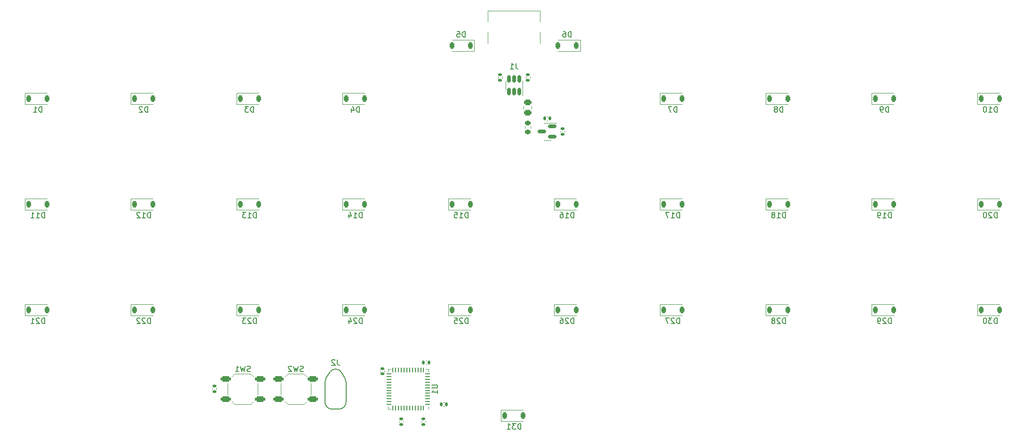
<source format=gbr>
%TF.GenerationSoftware,KiCad,Pcbnew,7.0.7-7.0.7~ubuntu23.04.1*%
%TF.CreationDate,2023-08-22T21:30:14-04:00*%
%TF.ProjectId,KeyboardSpeedrun,4b657962-6f61-4726-9453-706565647275,rev?*%
%TF.SameCoordinates,Original*%
%TF.FileFunction,Legend,Bot*%
%TF.FilePolarity,Positive*%
%FSLAX46Y46*%
G04 Gerber Fmt 4.6, Leading zero omitted, Abs format (unit mm)*
G04 Created by KiCad (PCBNEW 7.0.7-7.0.7~ubuntu23.04.1) date 2023-08-22 21:30:14*
%MOMM*%
%LPD*%
G01*
G04 APERTURE LIST*
G04 Aperture macros list*
%AMRoundRect*
0 Rectangle with rounded corners*
0 $1 Rounding radius*
0 $2 $3 $4 $5 $6 $7 $8 $9 X,Y pos of 4 corners*
0 Add a 4 corners polygon primitive as box body*
4,1,4,$2,$3,$4,$5,$6,$7,$8,$9,$2,$3,0*
0 Add four circle primitives for the rounded corners*
1,1,$1+$1,$2,$3*
1,1,$1+$1,$4,$5*
1,1,$1+$1,$6,$7*
1,1,$1+$1,$8,$9*
0 Add four rect primitives between the rounded corners*
20,1,$1+$1,$2,$3,$4,$5,0*
20,1,$1+$1,$4,$5,$6,$7,0*
20,1,$1+$1,$6,$7,$8,$9,0*
20,1,$1+$1,$8,$9,$2,$3,0*%
G04 Aperture macros list end*
%ADD10C,0.150000*%
%ADD11C,0.120000*%
%ADD12C,0.200000*%
%ADD13C,1.750000*%
%ADD14C,3.987800*%
%ADD15C,2.300000*%
%ADD16C,4.000000*%
%ADD17RoundRect,0.062500X0.062500X-0.375000X0.062500X0.375000X-0.062500X0.375000X-0.062500X-0.375000X0*%
%ADD18RoundRect,0.062500X0.375000X-0.062500X0.375000X0.062500X-0.375000X0.062500X-0.375000X-0.062500X0*%
%ADD19R,5.600000X5.600000*%
%ADD20RoundRect,0.225000X-0.225000X-0.375000X0.225000X-0.375000X0.225000X0.375000X-0.225000X0.375000X0*%
%ADD21RoundRect,0.275000X0.625000X0.275000X-0.625000X0.275000X-0.625000X-0.275000X0.625000X-0.275000X0*%
%ADD22RoundRect,0.225000X0.225000X0.375000X-0.225000X0.375000X-0.225000X-0.375000X0.225000X-0.375000X0*%
%ADD23RoundRect,0.135000X-0.185000X0.135000X-0.185000X-0.135000X0.185000X-0.135000X0.185000X0.135000X0*%
%ADD24RoundRect,0.218750X-0.256250X0.218750X-0.256250X-0.218750X0.256250X-0.218750X0.256250X0.218750X0*%
%ADD25RoundRect,0.140000X-0.140000X-0.170000X0.140000X-0.170000X0.140000X0.170000X-0.140000X0.170000X0*%
%ADD26RoundRect,0.150000X0.150000X-0.512500X0.150000X0.512500X-0.150000X0.512500X-0.150000X-0.512500X0*%
%ADD27RoundRect,0.140000X-0.170000X0.140000X-0.170000X-0.140000X0.170000X-0.140000X0.170000X0.140000X0*%
%ADD28RoundRect,0.140000X0.170000X-0.140000X0.170000X0.140000X-0.170000X0.140000X-0.170000X-0.140000X0*%
%ADD29RoundRect,0.150000X0.587500X0.150000X-0.587500X0.150000X-0.587500X-0.150000X0.587500X-0.150000X0*%
%ADD30RoundRect,0.243750X-0.456250X0.243750X-0.456250X-0.243750X0.456250X-0.243750X0.456250X0.243750X0*%
%ADD31C,0.650000*%
%ADD32R,0.600000X1.450000*%
%ADD33R,0.300000X1.450000*%
%ADD34O,1.000000X1.600000*%
%ADD35O,1.000000X2.100000*%
%ADD36C,0.990600*%
%ADD37C,0.787400*%
G04 APERTURE END LIST*
D10*
X154293569Y-115919345D02*
X155103092Y-115919345D01*
X155103092Y-115919345D02*
X155198330Y-115966964D01*
X155198330Y-115966964D02*
X155245950Y-116014583D01*
X155245950Y-116014583D02*
X155293569Y-116109821D01*
X155293569Y-116109821D02*
X155293569Y-116300297D01*
X155293569Y-116300297D02*
X155245950Y-116395535D01*
X155245950Y-116395535D02*
X155198330Y-116443154D01*
X155198330Y-116443154D02*
X155103092Y-116490773D01*
X155103092Y-116490773D02*
X154293569Y-116490773D01*
X155293569Y-117490773D02*
X155293569Y-116919345D01*
X155293569Y-117205059D02*
X154293569Y-117205059D01*
X154293569Y-117205059D02*
X154436426Y-117109821D01*
X154436426Y-117109821D02*
X154531664Y-117014583D01*
X154531664Y-117014583D02*
X154579283Y-116919345D01*
X84558035Y-85798569D02*
X84558035Y-84798569D01*
X84558035Y-84798569D02*
X84319940Y-84798569D01*
X84319940Y-84798569D02*
X84177083Y-84846188D01*
X84177083Y-84846188D02*
X84081845Y-84941426D01*
X84081845Y-84941426D02*
X84034226Y-85036664D01*
X84034226Y-85036664D02*
X83986607Y-85227140D01*
X83986607Y-85227140D02*
X83986607Y-85369997D01*
X83986607Y-85369997D02*
X84034226Y-85560473D01*
X84034226Y-85560473D02*
X84081845Y-85655711D01*
X84081845Y-85655711D02*
X84177083Y-85750950D01*
X84177083Y-85750950D02*
X84319940Y-85798569D01*
X84319940Y-85798569D02*
X84558035Y-85798569D01*
X83034226Y-85798569D02*
X83605654Y-85798569D01*
X83319940Y-85798569D02*
X83319940Y-84798569D01*
X83319940Y-84798569D02*
X83415178Y-84941426D01*
X83415178Y-84941426D02*
X83510416Y-85036664D01*
X83510416Y-85036664D02*
X83605654Y-85084283D01*
X82081845Y-85798569D02*
X82653273Y-85798569D01*
X82367559Y-85798569D02*
X82367559Y-84798569D01*
X82367559Y-84798569D02*
X82462797Y-84941426D01*
X82462797Y-84941426D02*
X82558035Y-85036664D01*
X82558035Y-85036664D02*
X82653273Y-85084283D01*
X131111457Y-113488450D02*
X130968600Y-113536069D01*
X130968600Y-113536069D02*
X130730505Y-113536069D01*
X130730505Y-113536069D02*
X130635267Y-113488450D01*
X130635267Y-113488450D02*
X130587648Y-113440830D01*
X130587648Y-113440830D02*
X130540029Y-113345592D01*
X130540029Y-113345592D02*
X130540029Y-113250354D01*
X130540029Y-113250354D02*
X130587648Y-113155116D01*
X130587648Y-113155116D02*
X130635267Y-113107497D01*
X130635267Y-113107497D02*
X130730505Y-113059878D01*
X130730505Y-113059878D02*
X130920981Y-113012259D01*
X130920981Y-113012259D02*
X131016219Y-112964640D01*
X131016219Y-112964640D02*
X131063838Y-112917021D01*
X131063838Y-112917021D02*
X131111457Y-112821783D01*
X131111457Y-112821783D02*
X131111457Y-112726545D01*
X131111457Y-112726545D02*
X131063838Y-112631307D01*
X131063838Y-112631307D02*
X131016219Y-112583688D01*
X131016219Y-112583688D02*
X130920981Y-112536069D01*
X130920981Y-112536069D02*
X130682886Y-112536069D01*
X130682886Y-112536069D02*
X130540029Y-112583688D01*
X130206695Y-112536069D02*
X129968600Y-113536069D01*
X129968600Y-113536069D02*
X129778124Y-112821783D01*
X129778124Y-112821783D02*
X129587648Y-113536069D01*
X129587648Y-113536069D02*
X129349553Y-112536069D01*
X129016219Y-112631307D02*
X128968600Y-112583688D01*
X128968600Y-112583688D02*
X128873362Y-112536069D01*
X128873362Y-112536069D02*
X128635267Y-112536069D01*
X128635267Y-112536069D02*
X128540029Y-112583688D01*
X128540029Y-112583688D02*
X128492410Y-112631307D01*
X128492410Y-112631307D02*
X128444791Y-112726545D01*
X128444791Y-112726545D02*
X128444791Y-112821783D01*
X128444791Y-112821783D02*
X128492410Y-112964640D01*
X128492410Y-112964640D02*
X129063838Y-113536069D01*
X129063838Y-113536069D02*
X128444791Y-113536069D01*
X256008035Y-85798569D02*
X256008035Y-84798569D01*
X256008035Y-84798569D02*
X255769940Y-84798569D01*
X255769940Y-84798569D02*
X255627083Y-84846188D01*
X255627083Y-84846188D02*
X255531845Y-84941426D01*
X255531845Y-84941426D02*
X255484226Y-85036664D01*
X255484226Y-85036664D02*
X255436607Y-85227140D01*
X255436607Y-85227140D02*
X255436607Y-85369997D01*
X255436607Y-85369997D02*
X255484226Y-85560473D01*
X255484226Y-85560473D02*
X255531845Y-85655711D01*
X255531845Y-85655711D02*
X255627083Y-85750950D01*
X255627083Y-85750950D02*
X255769940Y-85798569D01*
X255769940Y-85798569D02*
X256008035Y-85798569D01*
X255055654Y-84893807D02*
X255008035Y-84846188D01*
X255008035Y-84846188D02*
X254912797Y-84798569D01*
X254912797Y-84798569D02*
X254674702Y-84798569D01*
X254674702Y-84798569D02*
X254579464Y-84846188D01*
X254579464Y-84846188D02*
X254531845Y-84893807D01*
X254531845Y-84893807D02*
X254484226Y-84989045D01*
X254484226Y-84989045D02*
X254484226Y-85084283D01*
X254484226Y-85084283D02*
X254531845Y-85227140D01*
X254531845Y-85227140D02*
X255103273Y-85798569D01*
X255103273Y-85798569D02*
X254484226Y-85798569D01*
X253865178Y-84798569D02*
X253769940Y-84798569D01*
X253769940Y-84798569D02*
X253674702Y-84846188D01*
X253674702Y-84846188D02*
X253627083Y-84893807D01*
X253627083Y-84893807D02*
X253579464Y-84989045D01*
X253579464Y-84989045D02*
X253531845Y-85179521D01*
X253531845Y-85179521D02*
X253531845Y-85417616D01*
X253531845Y-85417616D02*
X253579464Y-85608092D01*
X253579464Y-85608092D02*
X253627083Y-85703330D01*
X253627083Y-85703330D02*
X253674702Y-85750950D01*
X253674702Y-85750950D02*
X253769940Y-85798569D01*
X253769940Y-85798569D02*
X253865178Y-85798569D01*
X253865178Y-85798569D02*
X253960416Y-85750950D01*
X253960416Y-85750950D02*
X254008035Y-85703330D01*
X254008035Y-85703330D02*
X254055654Y-85608092D01*
X254055654Y-85608092D02*
X254103273Y-85417616D01*
X254103273Y-85417616D02*
X254103273Y-85179521D01*
X254103273Y-85179521D02*
X254055654Y-84989045D01*
X254055654Y-84989045D02*
X254008035Y-84893807D01*
X254008035Y-84893807D02*
X253960416Y-84846188D01*
X253960416Y-84846188D02*
X253865178Y-84798569D01*
X160758035Y-85798569D02*
X160758035Y-84798569D01*
X160758035Y-84798569D02*
X160519940Y-84798569D01*
X160519940Y-84798569D02*
X160377083Y-84846188D01*
X160377083Y-84846188D02*
X160281845Y-84941426D01*
X160281845Y-84941426D02*
X160234226Y-85036664D01*
X160234226Y-85036664D02*
X160186607Y-85227140D01*
X160186607Y-85227140D02*
X160186607Y-85369997D01*
X160186607Y-85369997D02*
X160234226Y-85560473D01*
X160234226Y-85560473D02*
X160281845Y-85655711D01*
X160281845Y-85655711D02*
X160377083Y-85750950D01*
X160377083Y-85750950D02*
X160519940Y-85798569D01*
X160519940Y-85798569D02*
X160758035Y-85798569D01*
X159234226Y-85798569D02*
X159805654Y-85798569D01*
X159519940Y-85798569D02*
X159519940Y-84798569D01*
X159519940Y-84798569D02*
X159615178Y-84941426D01*
X159615178Y-84941426D02*
X159710416Y-85036664D01*
X159710416Y-85036664D02*
X159805654Y-85084283D01*
X158329464Y-84798569D02*
X158805654Y-84798569D01*
X158805654Y-84798569D02*
X158853273Y-85274759D01*
X158853273Y-85274759D02*
X158805654Y-85227140D01*
X158805654Y-85227140D02*
X158710416Y-85179521D01*
X158710416Y-85179521D02*
X158472321Y-85179521D01*
X158472321Y-85179521D02*
X158377083Y-85227140D01*
X158377083Y-85227140D02*
X158329464Y-85274759D01*
X158329464Y-85274759D02*
X158281845Y-85369997D01*
X158281845Y-85369997D02*
X158281845Y-85608092D01*
X158281845Y-85608092D02*
X158329464Y-85703330D01*
X158329464Y-85703330D02*
X158377083Y-85750950D01*
X158377083Y-85750950D02*
X158472321Y-85798569D01*
X158472321Y-85798569D02*
X158710416Y-85798569D01*
X158710416Y-85798569D02*
X158805654Y-85750950D01*
X158805654Y-85750950D02*
X158853273Y-85703330D01*
X141708035Y-104848569D02*
X141708035Y-103848569D01*
X141708035Y-103848569D02*
X141469940Y-103848569D01*
X141469940Y-103848569D02*
X141327083Y-103896188D01*
X141327083Y-103896188D02*
X141231845Y-103991426D01*
X141231845Y-103991426D02*
X141184226Y-104086664D01*
X141184226Y-104086664D02*
X141136607Y-104277140D01*
X141136607Y-104277140D02*
X141136607Y-104419997D01*
X141136607Y-104419997D02*
X141184226Y-104610473D01*
X141184226Y-104610473D02*
X141231845Y-104705711D01*
X141231845Y-104705711D02*
X141327083Y-104800950D01*
X141327083Y-104800950D02*
X141469940Y-104848569D01*
X141469940Y-104848569D02*
X141708035Y-104848569D01*
X140755654Y-103943807D02*
X140708035Y-103896188D01*
X140708035Y-103896188D02*
X140612797Y-103848569D01*
X140612797Y-103848569D02*
X140374702Y-103848569D01*
X140374702Y-103848569D02*
X140279464Y-103896188D01*
X140279464Y-103896188D02*
X140231845Y-103943807D01*
X140231845Y-103943807D02*
X140184226Y-104039045D01*
X140184226Y-104039045D02*
X140184226Y-104134283D01*
X140184226Y-104134283D02*
X140231845Y-104277140D01*
X140231845Y-104277140D02*
X140803273Y-104848569D01*
X140803273Y-104848569D02*
X140184226Y-104848569D01*
X139327083Y-104181902D02*
X139327083Y-104848569D01*
X139565178Y-103800950D02*
X139803273Y-104515235D01*
X139803273Y-104515235D02*
X139184226Y-104515235D01*
X179351844Y-53223569D02*
X179351844Y-52223569D01*
X179351844Y-52223569D02*
X179113749Y-52223569D01*
X179113749Y-52223569D02*
X178970892Y-52271188D01*
X178970892Y-52271188D02*
X178875654Y-52366426D01*
X178875654Y-52366426D02*
X178828035Y-52461664D01*
X178828035Y-52461664D02*
X178780416Y-52652140D01*
X178780416Y-52652140D02*
X178780416Y-52794997D01*
X178780416Y-52794997D02*
X178828035Y-52985473D01*
X178828035Y-52985473D02*
X178875654Y-53080711D01*
X178875654Y-53080711D02*
X178970892Y-53175950D01*
X178970892Y-53175950D02*
X179113749Y-53223569D01*
X179113749Y-53223569D02*
X179351844Y-53223569D01*
X177923273Y-52223569D02*
X178113749Y-52223569D01*
X178113749Y-52223569D02*
X178208987Y-52271188D01*
X178208987Y-52271188D02*
X178256606Y-52318807D01*
X178256606Y-52318807D02*
X178351844Y-52461664D01*
X178351844Y-52461664D02*
X178399463Y-52652140D01*
X178399463Y-52652140D02*
X178399463Y-53033092D01*
X178399463Y-53033092D02*
X178351844Y-53128330D01*
X178351844Y-53128330D02*
X178304225Y-53175950D01*
X178304225Y-53175950D02*
X178208987Y-53223569D01*
X178208987Y-53223569D02*
X178018511Y-53223569D01*
X178018511Y-53223569D02*
X177923273Y-53175950D01*
X177923273Y-53175950D02*
X177875654Y-53128330D01*
X177875654Y-53128330D02*
X177828035Y-53033092D01*
X177828035Y-53033092D02*
X177828035Y-52794997D01*
X177828035Y-52794997D02*
X177875654Y-52699759D01*
X177875654Y-52699759D02*
X177923273Y-52652140D01*
X177923273Y-52652140D02*
X178018511Y-52604521D01*
X178018511Y-52604521D02*
X178208987Y-52604521D01*
X178208987Y-52604521D02*
X178304225Y-52652140D01*
X178304225Y-52652140D02*
X178351844Y-52699759D01*
X178351844Y-52699759D02*
X178399463Y-52794997D01*
X84081844Y-66748569D02*
X84081844Y-65748569D01*
X84081844Y-65748569D02*
X83843749Y-65748569D01*
X83843749Y-65748569D02*
X83700892Y-65796188D01*
X83700892Y-65796188D02*
X83605654Y-65891426D01*
X83605654Y-65891426D02*
X83558035Y-65986664D01*
X83558035Y-65986664D02*
X83510416Y-66177140D01*
X83510416Y-66177140D02*
X83510416Y-66319997D01*
X83510416Y-66319997D02*
X83558035Y-66510473D01*
X83558035Y-66510473D02*
X83605654Y-66605711D01*
X83605654Y-66605711D02*
X83700892Y-66700950D01*
X83700892Y-66700950D02*
X83843749Y-66748569D01*
X83843749Y-66748569D02*
X84081844Y-66748569D01*
X82558035Y-66748569D02*
X83129463Y-66748569D01*
X82843749Y-66748569D02*
X82843749Y-65748569D01*
X82843749Y-65748569D02*
X82938987Y-65891426D01*
X82938987Y-65891426D02*
X83034225Y-65986664D01*
X83034225Y-65986664D02*
X83129463Y-66034283D01*
X170283035Y-123898569D02*
X170283035Y-122898569D01*
X170283035Y-122898569D02*
X170044940Y-122898569D01*
X170044940Y-122898569D02*
X169902083Y-122946188D01*
X169902083Y-122946188D02*
X169806845Y-123041426D01*
X169806845Y-123041426D02*
X169759226Y-123136664D01*
X169759226Y-123136664D02*
X169711607Y-123327140D01*
X169711607Y-123327140D02*
X169711607Y-123469997D01*
X169711607Y-123469997D02*
X169759226Y-123660473D01*
X169759226Y-123660473D02*
X169806845Y-123755711D01*
X169806845Y-123755711D02*
X169902083Y-123850950D01*
X169902083Y-123850950D02*
X170044940Y-123898569D01*
X170044940Y-123898569D02*
X170283035Y-123898569D01*
X169378273Y-122898569D02*
X168759226Y-122898569D01*
X168759226Y-122898569D02*
X169092559Y-123279521D01*
X169092559Y-123279521D02*
X168949702Y-123279521D01*
X168949702Y-123279521D02*
X168854464Y-123327140D01*
X168854464Y-123327140D02*
X168806845Y-123374759D01*
X168806845Y-123374759D02*
X168759226Y-123469997D01*
X168759226Y-123469997D02*
X168759226Y-123708092D01*
X168759226Y-123708092D02*
X168806845Y-123803330D01*
X168806845Y-123803330D02*
X168854464Y-123850950D01*
X168854464Y-123850950D02*
X168949702Y-123898569D01*
X168949702Y-123898569D02*
X169235416Y-123898569D01*
X169235416Y-123898569D02*
X169330654Y-123850950D01*
X169330654Y-123850950D02*
X169378273Y-123803330D01*
X167806845Y-123898569D02*
X168378273Y-123898569D01*
X168092559Y-123898569D02*
X168092559Y-122898569D01*
X168092559Y-122898569D02*
X168187797Y-123041426D01*
X168187797Y-123041426D02*
X168283035Y-123136664D01*
X168283035Y-123136664D02*
X168378273Y-123184283D01*
X236958035Y-104848569D02*
X236958035Y-103848569D01*
X236958035Y-103848569D02*
X236719940Y-103848569D01*
X236719940Y-103848569D02*
X236577083Y-103896188D01*
X236577083Y-103896188D02*
X236481845Y-103991426D01*
X236481845Y-103991426D02*
X236434226Y-104086664D01*
X236434226Y-104086664D02*
X236386607Y-104277140D01*
X236386607Y-104277140D02*
X236386607Y-104419997D01*
X236386607Y-104419997D02*
X236434226Y-104610473D01*
X236434226Y-104610473D02*
X236481845Y-104705711D01*
X236481845Y-104705711D02*
X236577083Y-104800950D01*
X236577083Y-104800950D02*
X236719940Y-104848569D01*
X236719940Y-104848569D02*
X236958035Y-104848569D01*
X236005654Y-103943807D02*
X235958035Y-103896188D01*
X235958035Y-103896188D02*
X235862797Y-103848569D01*
X235862797Y-103848569D02*
X235624702Y-103848569D01*
X235624702Y-103848569D02*
X235529464Y-103896188D01*
X235529464Y-103896188D02*
X235481845Y-103943807D01*
X235481845Y-103943807D02*
X235434226Y-104039045D01*
X235434226Y-104039045D02*
X235434226Y-104134283D01*
X235434226Y-104134283D02*
X235481845Y-104277140D01*
X235481845Y-104277140D02*
X236053273Y-104848569D01*
X236053273Y-104848569D02*
X235434226Y-104848569D01*
X234958035Y-104848569D02*
X234767559Y-104848569D01*
X234767559Y-104848569D02*
X234672321Y-104800950D01*
X234672321Y-104800950D02*
X234624702Y-104753330D01*
X234624702Y-104753330D02*
X234529464Y-104610473D01*
X234529464Y-104610473D02*
X234481845Y-104419997D01*
X234481845Y-104419997D02*
X234481845Y-104039045D01*
X234481845Y-104039045D02*
X234529464Y-103943807D01*
X234529464Y-103943807D02*
X234577083Y-103896188D01*
X234577083Y-103896188D02*
X234672321Y-103848569D01*
X234672321Y-103848569D02*
X234862797Y-103848569D01*
X234862797Y-103848569D02*
X234958035Y-103896188D01*
X234958035Y-103896188D02*
X235005654Y-103943807D01*
X235005654Y-103943807D02*
X235053273Y-104039045D01*
X235053273Y-104039045D02*
X235053273Y-104277140D01*
X235053273Y-104277140D02*
X235005654Y-104372378D01*
X235005654Y-104372378D02*
X234958035Y-104419997D01*
X234958035Y-104419997D02*
X234862797Y-104467616D01*
X234862797Y-104467616D02*
X234672321Y-104467616D01*
X234672321Y-104467616D02*
X234577083Y-104419997D01*
X234577083Y-104419997D02*
X234529464Y-104372378D01*
X234529464Y-104372378D02*
X234481845Y-104277140D01*
X179808035Y-85798569D02*
X179808035Y-84798569D01*
X179808035Y-84798569D02*
X179569940Y-84798569D01*
X179569940Y-84798569D02*
X179427083Y-84846188D01*
X179427083Y-84846188D02*
X179331845Y-84941426D01*
X179331845Y-84941426D02*
X179284226Y-85036664D01*
X179284226Y-85036664D02*
X179236607Y-85227140D01*
X179236607Y-85227140D02*
X179236607Y-85369997D01*
X179236607Y-85369997D02*
X179284226Y-85560473D01*
X179284226Y-85560473D02*
X179331845Y-85655711D01*
X179331845Y-85655711D02*
X179427083Y-85750950D01*
X179427083Y-85750950D02*
X179569940Y-85798569D01*
X179569940Y-85798569D02*
X179808035Y-85798569D01*
X178284226Y-85798569D02*
X178855654Y-85798569D01*
X178569940Y-85798569D02*
X178569940Y-84798569D01*
X178569940Y-84798569D02*
X178665178Y-84941426D01*
X178665178Y-84941426D02*
X178760416Y-85036664D01*
X178760416Y-85036664D02*
X178855654Y-85084283D01*
X177427083Y-84798569D02*
X177617559Y-84798569D01*
X177617559Y-84798569D02*
X177712797Y-84846188D01*
X177712797Y-84846188D02*
X177760416Y-84893807D01*
X177760416Y-84893807D02*
X177855654Y-85036664D01*
X177855654Y-85036664D02*
X177903273Y-85227140D01*
X177903273Y-85227140D02*
X177903273Y-85608092D01*
X177903273Y-85608092D02*
X177855654Y-85703330D01*
X177855654Y-85703330D02*
X177808035Y-85750950D01*
X177808035Y-85750950D02*
X177712797Y-85798569D01*
X177712797Y-85798569D02*
X177522321Y-85798569D01*
X177522321Y-85798569D02*
X177427083Y-85750950D01*
X177427083Y-85750950D02*
X177379464Y-85703330D01*
X177379464Y-85703330D02*
X177331845Y-85608092D01*
X177331845Y-85608092D02*
X177331845Y-85369997D01*
X177331845Y-85369997D02*
X177379464Y-85274759D01*
X177379464Y-85274759D02*
X177427083Y-85227140D01*
X177427083Y-85227140D02*
X177522321Y-85179521D01*
X177522321Y-85179521D02*
X177712797Y-85179521D01*
X177712797Y-85179521D02*
X177808035Y-85227140D01*
X177808035Y-85227140D02*
X177855654Y-85274759D01*
X177855654Y-85274759D02*
X177903273Y-85369997D01*
X121586457Y-113488450D02*
X121443600Y-113536069D01*
X121443600Y-113536069D02*
X121205505Y-113536069D01*
X121205505Y-113536069D02*
X121110267Y-113488450D01*
X121110267Y-113488450D02*
X121062648Y-113440830D01*
X121062648Y-113440830D02*
X121015029Y-113345592D01*
X121015029Y-113345592D02*
X121015029Y-113250354D01*
X121015029Y-113250354D02*
X121062648Y-113155116D01*
X121062648Y-113155116D02*
X121110267Y-113107497D01*
X121110267Y-113107497D02*
X121205505Y-113059878D01*
X121205505Y-113059878D02*
X121395981Y-113012259D01*
X121395981Y-113012259D02*
X121491219Y-112964640D01*
X121491219Y-112964640D02*
X121538838Y-112917021D01*
X121538838Y-112917021D02*
X121586457Y-112821783D01*
X121586457Y-112821783D02*
X121586457Y-112726545D01*
X121586457Y-112726545D02*
X121538838Y-112631307D01*
X121538838Y-112631307D02*
X121491219Y-112583688D01*
X121491219Y-112583688D02*
X121395981Y-112536069D01*
X121395981Y-112536069D02*
X121157886Y-112536069D01*
X121157886Y-112536069D02*
X121015029Y-112583688D01*
X120681695Y-112536069D02*
X120443600Y-113536069D01*
X120443600Y-113536069D02*
X120253124Y-112821783D01*
X120253124Y-112821783D02*
X120062648Y-113536069D01*
X120062648Y-113536069D02*
X119824553Y-112536069D01*
X118919791Y-113536069D02*
X119491219Y-113536069D01*
X119205505Y-113536069D02*
X119205505Y-112536069D01*
X119205505Y-112536069D02*
X119300743Y-112678926D01*
X119300743Y-112678926D02*
X119395981Y-112774164D01*
X119395981Y-112774164D02*
X119491219Y-112821783D01*
X103608035Y-85798569D02*
X103608035Y-84798569D01*
X103608035Y-84798569D02*
X103369940Y-84798569D01*
X103369940Y-84798569D02*
X103227083Y-84846188D01*
X103227083Y-84846188D02*
X103131845Y-84941426D01*
X103131845Y-84941426D02*
X103084226Y-85036664D01*
X103084226Y-85036664D02*
X103036607Y-85227140D01*
X103036607Y-85227140D02*
X103036607Y-85369997D01*
X103036607Y-85369997D02*
X103084226Y-85560473D01*
X103084226Y-85560473D02*
X103131845Y-85655711D01*
X103131845Y-85655711D02*
X103227083Y-85750950D01*
X103227083Y-85750950D02*
X103369940Y-85798569D01*
X103369940Y-85798569D02*
X103608035Y-85798569D01*
X102084226Y-85798569D02*
X102655654Y-85798569D01*
X102369940Y-85798569D02*
X102369940Y-84798569D01*
X102369940Y-84798569D02*
X102465178Y-84941426D01*
X102465178Y-84941426D02*
X102560416Y-85036664D01*
X102560416Y-85036664D02*
X102655654Y-85084283D01*
X101703273Y-84893807D02*
X101655654Y-84846188D01*
X101655654Y-84846188D02*
X101560416Y-84798569D01*
X101560416Y-84798569D02*
X101322321Y-84798569D01*
X101322321Y-84798569D02*
X101227083Y-84846188D01*
X101227083Y-84846188D02*
X101179464Y-84893807D01*
X101179464Y-84893807D02*
X101131845Y-84989045D01*
X101131845Y-84989045D02*
X101131845Y-85084283D01*
X101131845Y-85084283D02*
X101179464Y-85227140D01*
X101179464Y-85227140D02*
X101750892Y-85798569D01*
X101750892Y-85798569D02*
X101131845Y-85798569D01*
X103608035Y-104848569D02*
X103608035Y-103848569D01*
X103608035Y-103848569D02*
X103369940Y-103848569D01*
X103369940Y-103848569D02*
X103227083Y-103896188D01*
X103227083Y-103896188D02*
X103131845Y-103991426D01*
X103131845Y-103991426D02*
X103084226Y-104086664D01*
X103084226Y-104086664D02*
X103036607Y-104277140D01*
X103036607Y-104277140D02*
X103036607Y-104419997D01*
X103036607Y-104419997D02*
X103084226Y-104610473D01*
X103084226Y-104610473D02*
X103131845Y-104705711D01*
X103131845Y-104705711D02*
X103227083Y-104800950D01*
X103227083Y-104800950D02*
X103369940Y-104848569D01*
X103369940Y-104848569D02*
X103608035Y-104848569D01*
X102655654Y-103943807D02*
X102608035Y-103896188D01*
X102608035Y-103896188D02*
X102512797Y-103848569D01*
X102512797Y-103848569D02*
X102274702Y-103848569D01*
X102274702Y-103848569D02*
X102179464Y-103896188D01*
X102179464Y-103896188D02*
X102131845Y-103943807D01*
X102131845Y-103943807D02*
X102084226Y-104039045D01*
X102084226Y-104039045D02*
X102084226Y-104134283D01*
X102084226Y-104134283D02*
X102131845Y-104277140D01*
X102131845Y-104277140D02*
X102703273Y-104848569D01*
X102703273Y-104848569D02*
X102084226Y-104848569D01*
X101703273Y-103943807D02*
X101655654Y-103896188D01*
X101655654Y-103896188D02*
X101560416Y-103848569D01*
X101560416Y-103848569D02*
X101322321Y-103848569D01*
X101322321Y-103848569D02*
X101227083Y-103896188D01*
X101227083Y-103896188D02*
X101179464Y-103943807D01*
X101179464Y-103943807D02*
X101131845Y-104039045D01*
X101131845Y-104039045D02*
X101131845Y-104134283D01*
X101131845Y-104134283D02*
X101179464Y-104277140D01*
X101179464Y-104277140D02*
X101750892Y-104848569D01*
X101750892Y-104848569D02*
X101131845Y-104848569D01*
X236958035Y-85798569D02*
X236958035Y-84798569D01*
X236958035Y-84798569D02*
X236719940Y-84798569D01*
X236719940Y-84798569D02*
X236577083Y-84846188D01*
X236577083Y-84846188D02*
X236481845Y-84941426D01*
X236481845Y-84941426D02*
X236434226Y-85036664D01*
X236434226Y-85036664D02*
X236386607Y-85227140D01*
X236386607Y-85227140D02*
X236386607Y-85369997D01*
X236386607Y-85369997D02*
X236434226Y-85560473D01*
X236434226Y-85560473D02*
X236481845Y-85655711D01*
X236481845Y-85655711D02*
X236577083Y-85750950D01*
X236577083Y-85750950D02*
X236719940Y-85798569D01*
X236719940Y-85798569D02*
X236958035Y-85798569D01*
X235434226Y-85798569D02*
X236005654Y-85798569D01*
X235719940Y-85798569D02*
X235719940Y-84798569D01*
X235719940Y-84798569D02*
X235815178Y-84941426D01*
X235815178Y-84941426D02*
X235910416Y-85036664D01*
X235910416Y-85036664D02*
X236005654Y-85084283D01*
X234958035Y-85798569D02*
X234767559Y-85798569D01*
X234767559Y-85798569D02*
X234672321Y-85750950D01*
X234672321Y-85750950D02*
X234624702Y-85703330D01*
X234624702Y-85703330D02*
X234529464Y-85560473D01*
X234529464Y-85560473D02*
X234481845Y-85369997D01*
X234481845Y-85369997D02*
X234481845Y-84989045D01*
X234481845Y-84989045D02*
X234529464Y-84893807D01*
X234529464Y-84893807D02*
X234577083Y-84846188D01*
X234577083Y-84846188D02*
X234672321Y-84798569D01*
X234672321Y-84798569D02*
X234862797Y-84798569D01*
X234862797Y-84798569D02*
X234958035Y-84846188D01*
X234958035Y-84846188D02*
X235005654Y-84893807D01*
X235005654Y-84893807D02*
X235053273Y-84989045D01*
X235053273Y-84989045D02*
X235053273Y-85227140D01*
X235053273Y-85227140D02*
X235005654Y-85322378D01*
X235005654Y-85322378D02*
X234958035Y-85369997D01*
X234958035Y-85369997D02*
X234862797Y-85417616D01*
X234862797Y-85417616D02*
X234672321Y-85417616D01*
X234672321Y-85417616D02*
X234577083Y-85369997D01*
X234577083Y-85369997D02*
X234529464Y-85322378D01*
X234529464Y-85322378D02*
X234481845Y-85227140D01*
X256008035Y-104848569D02*
X256008035Y-103848569D01*
X256008035Y-103848569D02*
X255769940Y-103848569D01*
X255769940Y-103848569D02*
X255627083Y-103896188D01*
X255627083Y-103896188D02*
X255531845Y-103991426D01*
X255531845Y-103991426D02*
X255484226Y-104086664D01*
X255484226Y-104086664D02*
X255436607Y-104277140D01*
X255436607Y-104277140D02*
X255436607Y-104419997D01*
X255436607Y-104419997D02*
X255484226Y-104610473D01*
X255484226Y-104610473D02*
X255531845Y-104705711D01*
X255531845Y-104705711D02*
X255627083Y-104800950D01*
X255627083Y-104800950D02*
X255769940Y-104848569D01*
X255769940Y-104848569D02*
X256008035Y-104848569D01*
X255103273Y-103848569D02*
X254484226Y-103848569D01*
X254484226Y-103848569D02*
X254817559Y-104229521D01*
X254817559Y-104229521D02*
X254674702Y-104229521D01*
X254674702Y-104229521D02*
X254579464Y-104277140D01*
X254579464Y-104277140D02*
X254531845Y-104324759D01*
X254531845Y-104324759D02*
X254484226Y-104419997D01*
X254484226Y-104419997D02*
X254484226Y-104658092D01*
X254484226Y-104658092D02*
X254531845Y-104753330D01*
X254531845Y-104753330D02*
X254579464Y-104800950D01*
X254579464Y-104800950D02*
X254674702Y-104848569D01*
X254674702Y-104848569D02*
X254960416Y-104848569D01*
X254960416Y-104848569D02*
X255055654Y-104800950D01*
X255055654Y-104800950D02*
X255103273Y-104753330D01*
X253865178Y-103848569D02*
X253769940Y-103848569D01*
X253769940Y-103848569D02*
X253674702Y-103896188D01*
X253674702Y-103896188D02*
X253627083Y-103943807D01*
X253627083Y-103943807D02*
X253579464Y-104039045D01*
X253579464Y-104039045D02*
X253531845Y-104229521D01*
X253531845Y-104229521D02*
X253531845Y-104467616D01*
X253531845Y-104467616D02*
X253579464Y-104658092D01*
X253579464Y-104658092D02*
X253627083Y-104753330D01*
X253627083Y-104753330D02*
X253674702Y-104800950D01*
X253674702Y-104800950D02*
X253769940Y-104848569D01*
X253769940Y-104848569D02*
X253865178Y-104848569D01*
X253865178Y-104848569D02*
X253960416Y-104800950D01*
X253960416Y-104800950D02*
X254008035Y-104753330D01*
X254008035Y-104753330D02*
X254055654Y-104658092D01*
X254055654Y-104658092D02*
X254103273Y-104467616D01*
X254103273Y-104467616D02*
X254103273Y-104229521D01*
X254103273Y-104229521D02*
X254055654Y-104039045D01*
X254055654Y-104039045D02*
X254008035Y-103943807D01*
X254008035Y-103943807D02*
X253960416Y-103896188D01*
X253960416Y-103896188D02*
X253865178Y-103848569D01*
X122658035Y-104848569D02*
X122658035Y-103848569D01*
X122658035Y-103848569D02*
X122419940Y-103848569D01*
X122419940Y-103848569D02*
X122277083Y-103896188D01*
X122277083Y-103896188D02*
X122181845Y-103991426D01*
X122181845Y-103991426D02*
X122134226Y-104086664D01*
X122134226Y-104086664D02*
X122086607Y-104277140D01*
X122086607Y-104277140D02*
X122086607Y-104419997D01*
X122086607Y-104419997D02*
X122134226Y-104610473D01*
X122134226Y-104610473D02*
X122181845Y-104705711D01*
X122181845Y-104705711D02*
X122277083Y-104800950D01*
X122277083Y-104800950D02*
X122419940Y-104848569D01*
X122419940Y-104848569D02*
X122658035Y-104848569D01*
X121705654Y-103943807D02*
X121658035Y-103896188D01*
X121658035Y-103896188D02*
X121562797Y-103848569D01*
X121562797Y-103848569D02*
X121324702Y-103848569D01*
X121324702Y-103848569D02*
X121229464Y-103896188D01*
X121229464Y-103896188D02*
X121181845Y-103943807D01*
X121181845Y-103943807D02*
X121134226Y-104039045D01*
X121134226Y-104039045D02*
X121134226Y-104134283D01*
X121134226Y-104134283D02*
X121181845Y-104277140D01*
X121181845Y-104277140D02*
X121753273Y-104848569D01*
X121753273Y-104848569D02*
X121134226Y-104848569D01*
X120800892Y-103848569D02*
X120181845Y-103848569D01*
X120181845Y-103848569D02*
X120515178Y-104229521D01*
X120515178Y-104229521D02*
X120372321Y-104229521D01*
X120372321Y-104229521D02*
X120277083Y-104277140D01*
X120277083Y-104277140D02*
X120229464Y-104324759D01*
X120229464Y-104324759D02*
X120181845Y-104419997D01*
X120181845Y-104419997D02*
X120181845Y-104658092D01*
X120181845Y-104658092D02*
X120229464Y-104753330D01*
X120229464Y-104753330D02*
X120277083Y-104800950D01*
X120277083Y-104800950D02*
X120372321Y-104848569D01*
X120372321Y-104848569D02*
X120658035Y-104848569D01*
X120658035Y-104848569D02*
X120753273Y-104800950D01*
X120753273Y-104800950D02*
X120800892Y-104753330D01*
X160281844Y-53203569D02*
X160281844Y-52203569D01*
X160281844Y-52203569D02*
X160043749Y-52203569D01*
X160043749Y-52203569D02*
X159900892Y-52251188D01*
X159900892Y-52251188D02*
X159805654Y-52346426D01*
X159805654Y-52346426D02*
X159758035Y-52441664D01*
X159758035Y-52441664D02*
X159710416Y-52632140D01*
X159710416Y-52632140D02*
X159710416Y-52774997D01*
X159710416Y-52774997D02*
X159758035Y-52965473D01*
X159758035Y-52965473D02*
X159805654Y-53060711D01*
X159805654Y-53060711D02*
X159900892Y-53155950D01*
X159900892Y-53155950D02*
X160043749Y-53203569D01*
X160043749Y-53203569D02*
X160281844Y-53203569D01*
X158805654Y-52203569D02*
X159281844Y-52203569D01*
X159281844Y-52203569D02*
X159329463Y-52679759D01*
X159329463Y-52679759D02*
X159281844Y-52632140D01*
X159281844Y-52632140D02*
X159186606Y-52584521D01*
X159186606Y-52584521D02*
X158948511Y-52584521D01*
X158948511Y-52584521D02*
X158853273Y-52632140D01*
X158853273Y-52632140D02*
X158805654Y-52679759D01*
X158805654Y-52679759D02*
X158758035Y-52774997D01*
X158758035Y-52774997D02*
X158758035Y-53013092D01*
X158758035Y-53013092D02*
X158805654Y-53108330D01*
X158805654Y-53108330D02*
X158853273Y-53155950D01*
X158853273Y-53155950D02*
X158948511Y-53203569D01*
X158948511Y-53203569D02*
X159186606Y-53203569D01*
X159186606Y-53203569D02*
X159281844Y-53155950D01*
X159281844Y-53155950D02*
X159329463Y-53108330D01*
X122658035Y-85798569D02*
X122658035Y-84798569D01*
X122658035Y-84798569D02*
X122419940Y-84798569D01*
X122419940Y-84798569D02*
X122277083Y-84846188D01*
X122277083Y-84846188D02*
X122181845Y-84941426D01*
X122181845Y-84941426D02*
X122134226Y-85036664D01*
X122134226Y-85036664D02*
X122086607Y-85227140D01*
X122086607Y-85227140D02*
X122086607Y-85369997D01*
X122086607Y-85369997D02*
X122134226Y-85560473D01*
X122134226Y-85560473D02*
X122181845Y-85655711D01*
X122181845Y-85655711D02*
X122277083Y-85750950D01*
X122277083Y-85750950D02*
X122419940Y-85798569D01*
X122419940Y-85798569D02*
X122658035Y-85798569D01*
X121134226Y-85798569D02*
X121705654Y-85798569D01*
X121419940Y-85798569D02*
X121419940Y-84798569D01*
X121419940Y-84798569D02*
X121515178Y-84941426D01*
X121515178Y-84941426D02*
X121610416Y-85036664D01*
X121610416Y-85036664D02*
X121705654Y-85084283D01*
X120800892Y-84798569D02*
X120181845Y-84798569D01*
X120181845Y-84798569D02*
X120515178Y-85179521D01*
X120515178Y-85179521D02*
X120372321Y-85179521D01*
X120372321Y-85179521D02*
X120277083Y-85227140D01*
X120277083Y-85227140D02*
X120229464Y-85274759D01*
X120229464Y-85274759D02*
X120181845Y-85369997D01*
X120181845Y-85369997D02*
X120181845Y-85608092D01*
X120181845Y-85608092D02*
X120229464Y-85703330D01*
X120229464Y-85703330D02*
X120277083Y-85750950D01*
X120277083Y-85750950D02*
X120372321Y-85798569D01*
X120372321Y-85798569D02*
X120658035Y-85798569D01*
X120658035Y-85798569D02*
X120753273Y-85750950D01*
X120753273Y-85750950D02*
X120800892Y-85703330D01*
X198858035Y-104848569D02*
X198858035Y-103848569D01*
X198858035Y-103848569D02*
X198619940Y-103848569D01*
X198619940Y-103848569D02*
X198477083Y-103896188D01*
X198477083Y-103896188D02*
X198381845Y-103991426D01*
X198381845Y-103991426D02*
X198334226Y-104086664D01*
X198334226Y-104086664D02*
X198286607Y-104277140D01*
X198286607Y-104277140D02*
X198286607Y-104419997D01*
X198286607Y-104419997D02*
X198334226Y-104610473D01*
X198334226Y-104610473D02*
X198381845Y-104705711D01*
X198381845Y-104705711D02*
X198477083Y-104800950D01*
X198477083Y-104800950D02*
X198619940Y-104848569D01*
X198619940Y-104848569D02*
X198858035Y-104848569D01*
X197905654Y-103943807D02*
X197858035Y-103896188D01*
X197858035Y-103896188D02*
X197762797Y-103848569D01*
X197762797Y-103848569D02*
X197524702Y-103848569D01*
X197524702Y-103848569D02*
X197429464Y-103896188D01*
X197429464Y-103896188D02*
X197381845Y-103943807D01*
X197381845Y-103943807D02*
X197334226Y-104039045D01*
X197334226Y-104039045D02*
X197334226Y-104134283D01*
X197334226Y-104134283D02*
X197381845Y-104277140D01*
X197381845Y-104277140D02*
X197953273Y-104848569D01*
X197953273Y-104848569D02*
X197334226Y-104848569D01*
X197000892Y-103848569D02*
X196334226Y-103848569D01*
X196334226Y-103848569D02*
X196762797Y-104848569D01*
X217908035Y-85798569D02*
X217908035Y-84798569D01*
X217908035Y-84798569D02*
X217669940Y-84798569D01*
X217669940Y-84798569D02*
X217527083Y-84846188D01*
X217527083Y-84846188D02*
X217431845Y-84941426D01*
X217431845Y-84941426D02*
X217384226Y-85036664D01*
X217384226Y-85036664D02*
X217336607Y-85227140D01*
X217336607Y-85227140D02*
X217336607Y-85369997D01*
X217336607Y-85369997D02*
X217384226Y-85560473D01*
X217384226Y-85560473D02*
X217431845Y-85655711D01*
X217431845Y-85655711D02*
X217527083Y-85750950D01*
X217527083Y-85750950D02*
X217669940Y-85798569D01*
X217669940Y-85798569D02*
X217908035Y-85798569D01*
X216384226Y-85798569D02*
X216955654Y-85798569D01*
X216669940Y-85798569D02*
X216669940Y-84798569D01*
X216669940Y-84798569D02*
X216765178Y-84941426D01*
X216765178Y-84941426D02*
X216860416Y-85036664D01*
X216860416Y-85036664D02*
X216955654Y-85084283D01*
X215812797Y-85227140D02*
X215908035Y-85179521D01*
X215908035Y-85179521D02*
X215955654Y-85131902D01*
X215955654Y-85131902D02*
X216003273Y-85036664D01*
X216003273Y-85036664D02*
X216003273Y-84989045D01*
X216003273Y-84989045D02*
X215955654Y-84893807D01*
X215955654Y-84893807D02*
X215908035Y-84846188D01*
X215908035Y-84846188D02*
X215812797Y-84798569D01*
X215812797Y-84798569D02*
X215622321Y-84798569D01*
X215622321Y-84798569D02*
X215527083Y-84846188D01*
X215527083Y-84846188D02*
X215479464Y-84893807D01*
X215479464Y-84893807D02*
X215431845Y-84989045D01*
X215431845Y-84989045D02*
X215431845Y-85036664D01*
X215431845Y-85036664D02*
X215479464Y-85131902D01*
X215479464Y-85131902D02*
X215527083Y-85179521D01*
X215527083Y-85179521D02*
X215622321Y-85227140D01*
X215622321Y-85227140D02*
X215812797Y-85227140D01*
X215812797Y-85227140D02*
X215908035Y-85274759D01*
X215908035Y-85274759D02*
X215955654Y-85322378D01*
X215955654Y-85322378D02*
X216003273Y-85417616D01*
X216003273Y-85417616D02*
X216003273Y-85608092D01*
X216003273Y-85608092D02*
X215955654Y-85703330D01*
X215955654Y-85703330D02*
X215908035Y-85750950D01*
X215908035Y-85750950D02*
X215812797Y-85798569D01*
X215812797Y-85798569D02*
X215622321Y-85798569D01*
X215622321Y-85798569D02*
X215527083Y-85750950D01*
X215527083Y-85750950D02*
X215479464Y-85703330D01*
X215479464Y-85703330D02*
X215431845Y-85608092D01*
X215431845Y-85608092D02*
X215431845Y-85417616D01*
X215431845Y-85417616D02*
X215479464Y-85322378D01*
X215479464Y-85322378D02*
X215527083Y-85274759D01*
X215527083Y-85274759D02*
X215622321Y-85227140D01*
X141231844Y-66748569D02*
X141231844Y-65748569D01*
X141231844Y-65748569D02*
X140993749Y-65748569D01*
X140993749Y-65748569D02*
X140850892Y-65796188D01*
X140850892Y-65796188D02*
X140755654Y-65891426D01*
X140755654Y-65891426D02*
X140708035Y-65986664D01*
X140708035Y-65986664D02*
X140660416Y-66177140D01*
X140660416Y-66177140D02*
X140660416Y-66319997D01*
X140660416Y-66319997D02*
X140708035Y-66510473D01*
X140708035Y-66510473D02*
X140755654Y-66605711D01*
X140755654Y-66605711D02*
X140850892Y-66700950D01*
X140850892Y-66700950D02*
X140993749Y-66748569D01*
X140993749Y-66748569D02*
X141231844Y-66748569D01*
X139803273Y-66081902D02*
X139803273Y-66748569D01*
X140041368Y-65700950D02*
X140279463Y-66415235D01*
X140279463Y-66415235D02*
X139660416Y-66415235D01*
X160758035Y-104848569D02*
X160758035Y-103848569D01*
X160758035Y-103848569D02*
X160519940Y-103848569D01*
X160519940Y-103848569D02*
X160377083Y-103896188D01*
X160377083Y-103896188D02*
X160281845Y-103991426D01*
X160281845Y-103991426D02*
X160234226Y-104086664D01*
X160234226Y-104086664D02*
X160186607Y-104277140D01*
X160186607Y-104277140D02*
X160186607Y-104419997D01*
X160186607Y-104419997D02*
X160234226Y-104610473D01*
X160234226Y-104610473D02*
X160281845Y-104705711D01*
X160281845Y-104705711D02*
X160377083Y-104800950D01*
X160377083Y-104800950D02*
X160519940Y-104848569D01*
X160519940Y-104848569D02*
X160758035Y-104848569D01*
X159805654Y-103943807D02*
X159758035Y-103896188D01*
X159758035Y-103896188D02*
X159662797Y-103848569D01*
X159662797Y-103848569D02*
X159424702Y-103848569D01*
X159424702Y-103848569D02*
X159329464Y-103896188D01*
X159329464Y-103896188D02*
X159281845Y-103943807D01*
X159281845Y-103943807D02*
X159234226Y-104039045D01*
X159234226Y-104039045D02*
X159234226Y-104134283D01*
X159234226Y-104134283D02*
X159281845Y-104277140D01*
X159281845Y-104277140D02*
X159853273Y-104848569D01*
X159853273Y-104848569D02*
X159234226Y-104848569D01*
X158329464Y-103848569D02*
X158805654Y-103848569D01*
X158805654Y-103848569D02*
X158853273Y-104324759D01*
X158853273Y-104324759D02*
X158805654Y-104277140D01*
X158805654Y-104277140D02*
X158710416Y-104229521D01*
X158710416Y-104229521D02*
X158472321Y-104229521D01*
X158472321Y-104229521D02*
X158377083Y-104277140D01*
X158377083Y-104277140D02*
X158329464Y-104324759D01*
X158329464Y-104324759D02*
X158281845Y-104419997D01*
X158281845Y-104419997D02*
X158281845Y-104658092D01*
X158281845Y-104658092D02*
X158329464Y-104753330D01*
X158329464Y-104753330D02*
X158377083Y-104800950D01*
X158377083Y-104800950D02*
X158472321Y-104848569D01*
X158472321Y-104848569D02*
X158710416Y-104848569D01*
X158710416Y-104848569D02*
X158805654Y-104800950D01*
X158805654Y-104800950D02*
X158853273Y-104753330D01*
X256008035Y-66748569D02*
X256008035Y-65748569D01*
X256008035Y-65748569D02*
X255769940Y-65748569D01*
X255769940Y-65748569D02*
X255627083Y-65796188D01*
X255627083Y-65796188D02*
X255531845Y-65891426D01*
X255531845Y-65891426D02*
X255484226Y-65986664D01*
X255484226Y-65986664D02*
X255436607Y-66177140D01*
X255436607Y-66177140D02*
X255436607Y-66319997D01*
X255436607Y-66319997D02*
X255484226Y-66510473D01*
X255484226Y-66510473D02*
X255531845Y-66605711D01*
X255531845Y-66605711D02*
X255627083Y-66700950D01*
X255627083Y-66700950D02*
X255769940Y-66748569D01*
X255769940Y-66748569D02*
X256008035Y-66748569D01*
X254484226Y-66748569D02*
X255055654Y-66748569D01*
X254769940Y-66748569D02*
X254769940Y-65748569D01*
X254769940Y-65748569D02*
X254865178Y-65891426D01*
X254865178Y-65891426D02*
X254960416Y-65986664D01*
X254960416Y-65986664D02*
X255055654Y-66034283D01*
X253865178Y-65748569D02*
X253769940Y-65748569D01*
X253769940Y-65748569D02*
X253674702Y-65796188D01*
X253674702Y-65796188D02*
X253627083Y-65843807D01*
X253627083Y-65843807D02*
X253579464Y-65939045D01*
X253579464Y-65939045D02*
X253531845Y-66129521D01*
X253531845Y-66129521D02*
X253531845Y-66367616D01*
X253531845Y-66367616D02*
X253579464Y-66558092D01*
X253579464Y-66558092D02*
X253627083Y-66653330D01*
X253627083Y-66653330D02*
X253674702Y-66700950D01*
X253674702Y-66700950D02*
X253769940Y-66748569D01*
X253769940Y-66748569D02*
X253865178Y-66748569D01*
X253865178Y-66748569D02*
X253960416Y-66700950D01*
X253960416Y-66700950D02*
X254008035Y-66653330D01*
X254008035Y-66653330D02*
X254055654Y-66558092D01*
X254055654Y-66558092D02*
X254103273Y-66367616D01*
X254103273Y-66367616D02*
X254103273Y-66129521D01*
X254103273Y-66129521D02*
X254055654Y-65939045D01*
X254055654Y-65939045D02*
X254008035Y-65843807D01*
X254008035Y-65843807D02*
X253960416Y-65796188D01*
X253960416Y-65796188D02*
X253865178Y-65748569D01*
X141708035Y-85798569D02*
X141708035Y-84798569D01*
X141708035Y-84798569D02*
X141469940Y-84798569D01*
X141469940Y-84798569D02*
X141327083Y-84846188D01*
X141327083Y-84846188D02*
X141231845Y-84941426D01*
X141231845Y-84941426D02*
X141184226Y-85036664D01*
X141184226Y-85036664D02*
X141136607Y-85227140D01*
X141136607Y-85227140D02*
X141136607Y-85369997D01*
X141136607Y-85369997D02*
X141184226Y-85560473D01*
X141184226Y-85560473D02*
X141231845Y-85655711D01*
X141231845Y-85655711D02*
X141327083Y-85750950D01*
X141327083Y-85750950D02*
X141469940Y-85798569D01*
X141469940Y-85798569D02*
X141708035Y-85798569D01*
X140184226Y-85798569D02*
X140755654Y-85798569D01*
X140469940Y-85798569D02*
X140469940Y-84798569D01*
X140469940Y-84798569D02*
X140565178Y-84941426D01*
X140565178Y-84941426D02*
X140660416Y-85036664D01*
X140660416Y-85036664D02*
X140755654Y-85084283D01*
X139327083Y-85131902D02*
X139327083Y-85798569D01*
X139565178Y-84750950D02*
X139803273Y-85465235D01*
X139803273Y-85465235D02*
X139184226Y-85465235D01*
X179808035Y-104848569D02*
X179808035Y-103848569D01*
X179808035Y-103848569D02*
X179569940Y-103848569D01*
X179569940Y-103848569D02*
X179427083Y-103896188D01*
X179427083Y-103896188D02*
X179331845Y-103991426D01*
X179331845Y-103991426D02*
X179284226Y-104086664D01*
X179284226Y-104086664D02*
X179236607Y-104277140D01*
X179236607Y-104277140D02*
X179236607Y-104419997D01*
X179236607Y-104419997D02*
X179284226Y-104610473D01*
X179284226Y-104610473D02*
X179331845Y-104705711D01*
X179331845Y-104705711D02*
X179427083Y-104800950D01*
X179427083Y-104800950D02*
X179569940Y-104848569D01*
X179569940Y-104848569D02*
X179808035Y-104848569D01*
X178855654Y-103943807D02*
X178808035Y-103896188D01*
X178808035Y-103896188D02*
X178712797Y-103848569D01*
X178712797Y-103848569D02*
X178474702Y-103848569D01*
X178474702Y-103848569D02*
X178379464Y-103896188D01*
X178379464Y-103896188D02*
X178331845Y-103943807D01*
X178331845Y-103943807D02*
X178284226Y-104039045D01*
X178284226Y-104039045D02*
X178284226Y-104134283D01*
X178284226Y-104134283D02*
X178331845Y-104277140D01*
X178331845Y-104277140D02*
X178903273Y-104848569D01*
X178903273Y-104848569D02*
X178284226Y-104848569D01*
X177427083Y-103848569D02*
X177617559Y-103848569D01*
X177617559Y-103848569D02*
X177712797Y-103896188D01*
X177712797Y-103896188D02*
X177760416Y-103943807D01*
X177760416Y-103943807D02*
X177855654Y-104086664D01*
X177855654Y-104086664D02*
X177903273Y-104277140D01*
X177903273Y-104277140D02*
X177903273Y-104658092D01*
X177903273Y-104658092D02*
X177855654Y-104753330D01*
X177855654Y-104753330D02*
X177808035Y-104800950D01*
X177808035Y-104800950D02*
X177712797Y-104848569D01*
X177712797Y-104848569D02*
X177522321Y-104848569D01*
X177522321Y-104848569D02*
X177427083Y-104800950D01*
X177427083Y-104800950D02*
X177379464Y-104753330D01*
X177379464Y-104753330D02*
X177331845Y-104658092D01*
X177331845Y-104658092D02*
X177331845Y-104419997D01*
X177331845Y-104419997D02*
X177379464Y-104324759D01*
X177379464Y-104324759D02*
X177427083Y-104277140D01*
X177427083Y-104277140D02*
X177522321Y-104229521D01*
X177522321Y-104229521D02*
X177712797Y-104229521D01*
X177712797Y-104229521D02*
X177808035Y-104277140D01*
X177808035Y-104277140D02*
X177855654Y-104324759D01*
X177855654Y-104324759D02*
X177903273Y-104419997D01*
X217431844Y-66748569D02*
X217431844Y-65748569D01*
X217431844Y-65748569D02*
X217193749Y-65748569D01*
X217193749Y-65748569D02*
X217050892Y-65796188D01*
X217050892Y-65796188D02*
X216955654Y-65891426D01*
X216955654Y-65891426D02*
X216908035Y-65986664D01*
X216908035Y-65986664D02*
X216860416Y-66177140D01*
X216860416Y-66177140D02*
X216860416Y-66319997D01*
X216860416Y-66319997D02*
X216908035Y-66510473D01*
X216908035Y-66510473D02*
X216955654Y-66605711D01*
X216955654Y-66605711D02*
X217050892Y-66700950D01*
X217050892Y-66700950D02*
X217193749Y-66748569D01*
X217193749Y-66748569D02*
X217431844Y-66748569D01*
X216288987Y-66177140D02*
X216384225Y-66129521D01*
X216384225Y-66129521D02*
X216431844Y-66081902D01*
X216431844Y-66081902D02*
X216479463Y-65986664D01*
X216479463Y-65986664D02*
X216479463Y-65939045D01*
X216479463Y-65939045D02*
X216431844Y-65843807D01*
X216431844Y-65843807D02*
X216384225Y-65796188D01*
X216384225Y-65796188D02*
X216288987Y-65748569D01*
X216288987Y-65748569D02*
X216098511Y-65748569D01*
X216098511Y-65748569D02*
X216003273Y-65796188D01*
X216003273Y-65796188D02*
X215955654Y-65843807D01*
X215955654Y-65843807D02*
X215908035Y-65939045D01*
X215908035Y-65939045D02*
X215908035Y-65986664D01*
X215908035Y-65986664D02*
X215955654Y-66081902D01*
X215955654Y-66081902D02*
X216003273Y-66129521D01*
X216003273Y-66129521D02*
X216098511Y-66177140D01*
X216098511Y-66177140D02*
X216288987Y-66177140D01*
X216288987Y-66177140D02*
X216384225Y-66224759D01*
X216384225Y-66224759D02*
X216431844Y-66272378D01*
X216431844Y-66272378D02*
X216479463Y-66367616D01*
X216479463Y-66367616D02*
X216479463Y-66558092D01*
X216479463Y-66558092D02*
X216431844Y-66653330D01*
X216431844Y-66653330D02*
X216384225Y-66700950D01*
X216384225Y-66700950D02*
X216288987Y-66748569D01*
X216288987Y-66748569D02*
X216098511Y-66748569D01*
X216098511Y-66748569D02*
X216003273Y-66700950D01*
X216003273Y-66700950D02*
X215955654Y-66653330D01*
X215955654Y-66653330D02*
X215908035Y-66558092D01*
X215908035Y-66558092D02*
X215908035Y-66367616D01*
X215908035Y-66367616D02*
X215955654Y-66272378D01*
X215955654Y-66272378D02*
X216003273Y-66224759D01*
X216003273Y-66224759D02*
X216098511Y-66177140D01*
X198858035Y-85798569D02*
X198858035Y-84798569D01*
X198858035Y-84798569D02*
X198619940Y-84798569D01*
X198619940Y-84798569D02*
X198477083Y-84846188D01*
X198477083Y-84846188D02*
X198381845Y-84941426D01*
X198381845Y-84941426D02*
X198334226Y-85036664D01*
X198334226Y-85036664D02*
X198286607Y-85227140D01*
X198286607Y-85227140D02*
X198286607Y-85369997D01*
X198286607Y-85369997D02*
X198334226Y-85560473D01*
X198334226Y-85560473D02*
X198381845Y-85655711D01*
X198381845Y-85655711D02*
X198477083Y-85750950D01*
X198477083Y-85750950D02*
X198619940Y-85798569D01*
X198619940Y-85798569D02*
X198858035Y-85798569D01*
X197334226Y-85798569D02*
X197905654Y-85798569D01*
X197619940Y-85798569D02*
X197619940Y-84798569D01*
X197619940Y-84798569D02*
X197715178Y-84941426D01*
X197715178Y-84941426D02*
X197810416Y-85036664D01*
X197810416Y-85036664D02*
X197905654Y-85084283D01*
X197000892Y-84798569D02*
X196334226Y-84798569D01*
X196334226Y-84798569D02*
X196762797Y-85798569D01*
X169402083Y-57954819D02*
X169402083Y-58669104D01*
X169402083Y-58669104D02*
X169449702Y-58811961D01*
X169449702Y-58811961D02*
X169544940Y-58907200D01*
X169544940Y-58907200D02*
X169687797Y-58954819D01*
X169687797Y-58954819D02*
X169783035Y-58954819D01*
X168402083Y-58954819D02*
X168973511Y-58954819D01*
X168687797Y-58954819D02*
X168687797Y-57954819D01*
X168687797Y-57954819D02*
X168783035Y-58097676D01*
X168783035Y-58097676D02*
X168878273Y-58192914D01*
X168878273Y-58192914D02*
X168973511Y-58240533D01*
X236481844Y-66748569D02*
X236481844Y-65748569D01*
X236481844Y-65748569D02*
X236243749Y-65748569D01*
X236243749Y-65748569D02*
X236100892Y-65796188D01*
X236100892Y-65796188D02*
X236005654Y-65891426D01*
X236005654Y-65891426D02*
X235958035Y-65986664D01*
X235958035Y-65986664D02*
X235910416Y-66177140D01*
X235910416Y-66177140D02*
X235910416Y-66319997D01*
X235910416Y-66319997D02*
X235958035Y-66510473D01*
X235958035Y-66510473D02*
X236005654Y-66605711D01*
X236005654Y-66605711D02*
X236100892Y-66700950D01*
X236100892Y-66700950D02*
X236243749Y-66748569D01*
X236243749Y-66748569D02*
X236481844Y-66748569D01*
X235434225Y-66748569D02*
X235243749Y-66748569D01*
X235243749Y-66748569D02*
X235148511Y-66700950D01*
X235148511Y-66700950D02*
X235100892Y-66653330D01*
X235100892Y-66653330D02*
X235005654Y-66510473D01*
X235005654Y-66510473D02*
X234958035Y-66319997D01*
X234958035Y-66319997D02*
X234958035Y-65939045D01*
X234958035Y-65939045D02*
X235005654Y-65843807D01*
X235005654Y-65843807D02*
X235053273Y-65796188D01*
X235053273Y-65796188D02*
X235148511Y-65748569D01*
X235148511Y-65748569D02*
X235338987Y-65748569D01*
X235338987Y-65748569D02*
X235434225Y-65796188D01*
X235434225Y-65796188D02*
X235481844Y-65843807D01*
X235481844Y-65843807D02*
X235529463Y-65939045D01*
X235529463Y-65939045D02*
X235529463Y-66177140D01*
X235529463Y-66177140D02*
X235481844Y-66272378D01*
X235481844Y-66272378D02*
X235434225Y-66319997D01*
X235434225Y-66319997D02*
X235338987Y-66367616D01*
X235338987Y-66367616D02*
X235148511Y-66367616D01*
X235148511Y-66367616D02*
X235053273Y-66319997D01*
X235053273Y-66319997D02*
X235005654Y-66272378D01*
X235005654Y-66272378D02*
X234958035Y-66177140D01*
X198381844Y-66748569D02*
X198381844Y-65748569D01*
X198381844Y-65748569D02*
X198143749Y-65748569D01*
X198143749Y-65748569D02*
X198000892Y-65796188D01*
X198000892Y-65796188D02*
X197905654Y-65891426D01*
X197905654Y-65891426D02*
X197858035Y-65986664D01*
X197858035Y-65986664D02*
X197810416Y-66177140D01*
X197810416Y-66177140D02*
X197810416Y-66319997D01*
X197810416Y-66319997D02*
X197858035Y-66510473D01*
X197858035Y-66510473D02*
X197905654Y-66605711D01*
X197905654Y-66605711D02*
X198000892Y-66700950D01*
X198000892Y-66700950D02*
X198143749Y-66748569D01*
X198143749Y-66748569D02*
X198381844Y-66748569D01*
X197477082Y-65748569D02*
X196810416Y-65748569D01*
X196810416Y-65748569D02*
X197238987Y-66748569D01*
X122181844Y-66748569D02*
X122181844Y-65748569D01*
X122181844Y-65748569D02*
X121943749Y-65748569D01*
X121943749Y-65748569D02*
X121800892Y-65796188D01*
X121800892Y-65796188D02*
X121705654Y-65891426D01*
X121705654Y-65891426D02*
X121658035Y-65986664D01*
X121658035Y-65986664D02*
X121610416Y-66177140D01*
X121610416Y-66177140D02*
X121610416Y-66319997D01*
X121610416Y-66319997D02*
X121658035Y-66510473D01*
X121658035Y-66510473D02*
X121705654Y-66605711D01*
X121705654Y-66605711D02*
X121800892Y-66700950D01*
X121800892Y-66700950D02*
X121943749Y-66748569D01*
X121943749Y-66748569D02*
X122181844Y-66748569D01*
X121277082Y-65748569D02*
X120658035Y-65748569D01*
X120658035Y-65748569D02*
X120991368Y-66129521D01*
X120991368Y-66129521D02*
X120848511Y-66129521D01*
X120848511Y-66129521D02*
X120753273Y-66177140D01*
X120753273Y-66177140D02*
X120705654Y-66224759D01*
X120705654Y-66224759D02*
X120658035Y-66319997D01*
X120658035Y-66319997D02*
X120658035Y-66558092D01*
X120658035Y-66558092D02*
X120705654Y-66653330D01*
X120705654Y-66653330D02*
X120753273Y-66700950D01*
X120753273Y-66700950D02*
X120848511Y-66748569D01*
X120848511Y-66748569D02*
X121134225Y-66748569D01*
X121134225Y-66748569D02*
X121229463Y-66700950D01*
X121229463Y-66700950D02*
X121277082Y-66653330D01*
X217908035Y-104848569D02*
X217908035Y-103848569D01*
X217908035Y-103848569D02*
X217669940Y-103848569D01*
X217669940Y-103848569D02*
X217527083Y-103896188D01*
X217527083Y-103896188D02*
X217431845Y-103991426D01*
X217431845Y-103991426D02*
X217384226Y-104086664D01*
X217384226Y-104086664D02*
X217336607Y-104277140D01*
X217336607Y-104277140D02*
X217336607Y-104419997D01*
X217336607Y-104419997D02*
X217384226Y-104610473D01*
X217384226Y-104610473D02*
X217431845Y-104705711D01*
X217431845Y-104705711D02*
X217527083Y-104800950D01*
X217527083Y-104800950D02*
X217669940Y-104848569D01*
X217669940Y-104848569D02*
X217908035Y-104848569D01*
X216955654Y-103943807D02*
X216908035Y-103896188D01*
X216908035Y-103896188D02*
X216812797Y-103848569D01*
X216812797Y-103848569D02*
X216574702Y-103848569D01*
X216574702Y-103848569D02*
X216479464Y-103896188D01*
X216479464Y-103896188D02*
X216431845Y-103943807D01*
X216431845Y-103943807D02*
X216384226Y-104039045D01*
X216384226Y-104039045D02*
X216384226Y-104134283D01*
X216384226Y-104134283D02*
X216431845Y-104277140D01*
X216431845Y-104277140D02*
X217003273Y-104848569D01*
X217003273Y-104848569D02*
X216384226Y-104848569D01*
X215812797Y-104277140D02*
X215908035Y-104229521D01*
X215908035Y-104229521D02*
X215955654Y-104181902D01*
X215955654Y-104181902D02*
X216003273Y-104086664D01*
X216003273Y-104086664D02*
X216003273Y-104039045D01*
X216003273Y-104039045D02*
X215955654Y-103943807D01*
X215955654Y-103943807D02*
X215908035Y-103896188D01*
X215908035Y-103896188D02*
X215812797Y-103848569D01*
X215812797Y-103848569D02*
X215622321Y-103848569D01*
X215622321Y-103848569D02*
X215527083Y-103896188D01*
X215527083Y-103896188D02*
X215479464Y-103943807D01*
X215479464Y-103943807D02*
X215431845Y-104039045D01*
X215431845Y-104039045D02*
X215431845Y-104086664D01*
X215431845Y-104086664D02*
X215479464Y-104181902D01*
X215479464Y-104181902D02*
X215527083Y-104229521D01*
X215527083Y-104229521D02*
X215622321Y-104277140D01*
X215622321Y-104277140D02*
X215812797Y-104277140D01*
X215812797Y-104277140D02*
X215908035Y-104324759D01*
X215908035Y-104324759D02*
X215955654Y-104372378D01*
X215955654Y-104372378D02*
X216003273Y-104467616D01*
X216003273Y-104467616D02*
X216003273Y-104658092D01*
X216003273Y-104658092D02*
X215955654Y-104753330D01*
X215955654Y-104753330D02*
X215908035Y-104800950D01*
X215908035Y-104800950D02*
X215812797Y-104848569D01*
X215812797Y-104848569D02*
X215622321Y-104848569D01*
X215622321Y-104848569D02*
X215527083Y-104800950D01*
X215527083Y-104800950D02*
X215479464Y-104753330D01*
X215479464Y-104753330D02*
X215431845Y-104658092D01*
X215431845Y-104658092D02*
X215431845Y-104467616D01*
X215431845Y-104467616D02*
X215479464Y-104372378D01*
X215479464Y-104372378D02*
X215527083Y-104324759D01*
X215527083Y-104324759D02*
X215622321Y-104277140D01*
X84558035Y-104848569D02*
X84558035Y-103848569D01*
X84558035Y-103848569D02*
X84319940Y-103848569D01*
X84319940Y-103848569D02*
X84177083Y-103896188D01*
X84177083Y-103896188D02*
X84081845Y-103991426D01*
X84081845Y-103991426D02*
X84034226Y-104086664D01*
X84034226Y-104086664D02*
X83986607Y-104277140D01*
X83986607Y-104277140D02*
X83986607Y-104419997D01*
X83986607Y-104419997D02*
X84034226Y-104610473D01*
X84034226Y-104610473D02*
X84081845Y-104705711D01*
X84081845Y-104705711D02*
X84177083Y-104800950D01*
X84177083Y-104800950D02*
X84319940Y-104848569D01*
X84319940Y-104848569D02*
X84558035Y-104848569D01*
X83605654Y-103943807D02*
X83558035Y-103896188D01*
X83558035Y-103896188D02*
X83462797Y-103848569D01*
X83462797Y-103848569D02*
X83224702Y-103848569D01*
X83224702Y-103848569D02*
X83129464Y-103896188D01*
X83129464Y-103896188D02*
X83081845Y-103943807D01*
X83081845Y-103943807D02*
X83034226Y-104039045D01*
X83034226Y-104039045D02*
X83034226Y-104134283D01*
X83034226Y-104134283D02*
X83081845Y-104277140D01*
X83081845Y-104277140D02*
X83653273Y-104848569D01*
X83653273Y-104848569D02*
X83034226Y-104848569D01*
X82081845Y-104848569D02*
X82653273Y-104848569D01*
X82367559Y-104848569D02*
X82367559Y-103848569D01*
X82367559Y-103848569D02*
X82462797Y-103991426D01*
X82462797Y-103991426D02*
X82558035Y-104086664D01*
X82558035Y-104086664D02*
X82653273Y-104134283D01*
X137255208Y-111373569D02*
X137255208Y-112087854D01*
X137255208Y-112087854D02*
X137302827Y-112230711D01*
X137302827Y-112230711D02*
X137398065Y-112325950D01*
X137398065Y-112325950D02*
X137540922Y-112373569D01*
X137540922Y-112373569D02*
X137636160Y-112373569D01*
X136826636Y-111468807D02*
X136779017Y-111421188D01*
X136779017Y-111421188D02*
X136683779Y-111373569D01*
X136683779Y-111373569D02*
X136445684Y-111373569D01*
X136445684Y-111373569D02*
X136350446Y-111421188D01*
X136350446Y-111421188D02*
X136302827Y-111468807D01*
X136302827Y-111468807D02*
X136255208Y-111564045D01*
X136255208Y-111564045D02*
X136255208Y-111659283D01*
X136255208Y-111659283D02*
X136302827Y-111802140D01*
X136302827Y-111802140D02*
X136874255Y-112373569D01*
X136874255Y-112373569D02*
X136255208Y-112373569D01*
X103131844Y-66748569D02*
X103131844Y-65748569D01*
X103131844Y-65748569D02*
X102893749Y-65748569D01*
X102893749Y-65748569D02*
X102750892Y-65796188D01*
X102750892Y-65796188D02*
X102655654Y-65891426D01*
X102655654Y-65891426D02*
X102608035Y-65986664D01*
X102608035Y-65986664D02*
X102560416Y-66177140D01*
X102560416Y-66177140D02*
X102560416Y-66319997D01*
X102560416Y-66319997D02*
X102608035Y-66510473D01*
X102608035Y-66510473D02*
X102655654Y-66605711D01*
X102655654Y-66605711D02*
X102750892Y-66700950D01*
X102750892Y-66700950D02*
X102893749Y-66748569D01*
X102893749Y-66748569D02*
X103131844Y-66748569D01*
X102179463Y-65843807D02*
X102131844Y-65796188D01*
X102131844Y-65796188D02*
X102036606Y-65748569D01*
X102036606Y-65748569D02*
X101798511Y-65748569D01*
X101798511Y-65748569D02*
X101703273Y-65796188D01*
X101703273Y-65796188D02*
X101655654Y-65843807D01*
X101655654Y-65843807D02*
X101608035Y-65939045D01*
X101608035Y-65939045D02*
X101608035Y-66034283D01*
X101608035Y-66034283D02*
X101655654Y-66177140D01*
X101655654Y-66177140D02*
X102227082Y-66748569D01*
X102227082Y-66748569D02*
X101608035Y-66748569D01*
D11*
%TO.C,U1*%
X146408750Y-120291250D02*
X146883750Y-120291250D01*
X146408750Y-119816250D02*
X146408750Y-120291250D01*
X153628750Y-119816250D02*
X153628750Y-120291250D01*
X146408750Y-113546250D02*
X146408750Y-113071250D01*
X153628750Y-113546250D02*
X153628750Y-113071250D01*
X146408750Y-113071250D02*
X146883750Y-113071250D01*
X153628750Y-113071250D02*
X153153750Y-113071250D01*
%TO.C,D11*%
X80983750Y-82343750D02*
X84993750Y-82343750D01*
X80983750Y-84343750D02*
X80983750Y-82343750D01*
X80983750Y-84343750D02*
X84993750Y-84343750D01*
%TO.C,SW2*%
X132498125Y-117721250D02*
X132498125Y-115641250D01*
X131228125Y-119401250D02*
X131718125Y-118911250D01*
X131228125Y-119401250D02*
X128328125Y-119401250D01*
X131228125Y-113961250D02*
X131718125Y-114451250D01*
X131228125Y-113961250D02*
X128328125Y-113961250D01*
X128328125Y-119401250D02*
X127838125Y-118911250D01*
X128328125Y-113961250D02*
X127838125Y-114451250D01*
X127058125Y-117721250D02*
X127058125Y-115641250D01*
%TO.C,D20*%
X252433750Y-82343750D02*
X256443750Y-82343750D01*
X252433750Y-84343750D02*
X252433750Y-82343750D01*
X252433750Y-84343750D02*
X256443750Y-84343750D01*
%TO.C,D15*%
X157183750Y-82343750D02*
X161193750Y-82343750D01*
X157183750Y-84343750D02*
X157183750Y-82343750D01*
X157183750Y-84343750D02*
X161193750Y-84343750D01*
%TO.C,D24*%
X138133750Y-101393750D02*
X142143750Y-101393750D01*
X138133750Y-103393750D02*
X138133750Y-101393750D01*
X138133750Y-103393750D02*
X142143750Y-103393750D01*
%TO.C,D6*%
X180973750Y-55768750D02*
X176963750Y-55768750D01*
X180973750Y-53768750D02*
X180973750Y-55768750D01*
X180973750Y-53768750D02*
X176963750Y-53768750D01*
%TO.C,D1*%
X80983750Y-63293750D02*
X84993750Y-63293750D01*
X80983750Y-65293750D02*
X80983750Y-63293750D01*
X80983750Y-65293750D02*
X84993750Y-65293750D01*
%TO.C,D31*%
X166708750Y-120443750D02*
X170718750Y-120443750D01*
X166708750Y-122443750D02*
X166708750Y-120443750D01*
X166708750Y-122443750D02*
X170718750Y-122443750D01*
%TO.C,R1*%
X166948750Y-60346359D02*
X166948750Y-60653641D01*
X166188750Y-60346359D02*
X166188750Y-60653641D01*
%TO.C,D29*%
X233383750Y-101393750D02*
X237393750Y-101393750D01*
X233383750Y-103393750D02*
X233383750Y-101393750D01*
X233383750Y-103393750D02*
X237393750Y-103393750D01*
%TO.C,D16*%
X176233750Y-82343750D02*
X180243750Y-82343750D01*
X176233750Y-84343750D02*
X176233750Y-82343750D01*
X176233750Y-84343750D02*
X180243750Y-84343750D01*
%TO.C,SW1*%
X122973125Y-117721250D02*
X122973125Y-115641250D01*
X121703125Y-119401250D02*
X122193125Y-118911250D01*
X121703125Y-119401250D02*
X118803125Y-119401250D01*
X121703125Y-113961250D02*
X122193125Y-114451250D01*
X121703125Y-113961250D02*
X118803125Y-113961250D01*
X118803125Y-119401250D02*
X118313125Y-118911250D01*
X118803125Y-113961250D02*
X118313125Y-114451250D01*
X117533125Y-117721250D02*
X117533125Y-115641250D01*
%TO.C,FB1*%
X172010000Y-69337221D02*
X172010000Y-69662779D01*
X170990000Y-69337221D02*
X170990000Y-69662779D01*
%TO.C,D12*%
X100033750Y-82343750D02*
X104043750Y-82343750D01*
X100033750Y-84343750D02*
X100033750Y-82343750D01*
X100033750Y-84343750D02*
X104043750Y-84343750D01*
%TO.C,D22*%
X100033750Y-101393750D02*
X104043750Y-101393750D01*
X100033750Y-103393750D02*
X100033750Y-101393750D01*
X100033750Y-103393750D02*
X104043750Y-103393750D01*
%TO.C,D19*%
X233383750Y-82343750D02*
X237393750Y-82343750D01*
X233383750Y-84343750D02*
X233383750Y-82343750D01*
X233383750Y-84343750D02*
X237393750Y-84343750D01*
%TO.C,D30*%
X252433750Y-101393750D02*
X256443750Y-101393750D01*
X252433750Y-103393750D02*
X252433750Y-101393750D01*
X252433750Y-103393750D02*
X256443750Y-103393750D01*
%TO.C,D23*%
X119083750Y-101393750D02*
X123093750Y-101393750D01*
X119083750Y-103393750D02*
X119083750Y-101393750D01*
X119083750Y-103393750D02*
X123093750Y-103393750D01*
%TO.C,D5*%
X161903750Y-55748750D02*
X157893750Y-55748750D01*
X161903750Y-53748750D02*
X161903750Y-55748750D01*
X161903750Y-53748750D02*
X157893750Y-53748750D01*
%TO.C,D13*%
X119083750Y-82343750D02*
X123093750Y-82343750D01*
X119083750Y-84343750D02*
X119083750Y-82343750D01*
X119083750Y-84343750D02*
X123093750Y-84343750D01*
%TO.C,D27*%
X195283750Y-101393750D02*
X199293750Y-101393750D01*
X195283750Y-103393750D02*
X195283750Y-101393750D01*
X195283750Y-103393750D02*
X199293750Y-103393750D01*
%TO.C,D18*%
X214333750Y-82343750D02*
X218343750Y-82343750D01*
X214333750Y-84343750D02*
X214333750Y-82343750D01*
X214333750Y-84343750D02*
X218343750Y-84343750D01*
%TO.C,C3*%
X153140914Y-111546250D02*
X153356586Y-111546250D01*
X153140914Y-112266250D02*
X153356586Y-112266250D01*
%TO.C,U2*%
X167508750Y-61912500D02*
X167508750Y-62712500D01*
X167508750Y-61912500D02*
X167508750Y-61112500D01*
X170628750Y-61912500D02*
X170628750Y-63712500D01*
X170628750Y-61912500D02*
X170628750Y-61112500D01*
%TO.C,D4*%
X138133750Y-63293750D02*
X142143750Y-63293750D01*
X138133750Y-65293750D02*
X138133750Y-63293750D01*
X138133750Y-65293750D02*
X142143750Y-65293750D01*
%TO.C,D25*%
X157183750Y-101393750D02*
X161193750Y-101393750D01*
X157183750Y-103393750D02*
X157183750Y-101393750D01*
X157183750Y-103393750D02*
X161193750Y-103393750D01*
%TO.C,D10*%
X252433750Y-63293750D02*
X256443750Y-63293750D01*
X252433750Y-65293750D02*
X252433750Y-63293750D01*
X252433750Y-65293750D02*
X256443750Y-65293750D01*
%TO.C,C6*%
X149128750Y-122448414D02*
X149128750Y-122664086D01*
X148408750Y-122448414D02*
X148408750Y-122664086D01*
%TO.C,C5*%
X145018750Y-113554086D02*
X145018750Y-113338414D01*
X145738750Y-113554086D02*
X145738750Y-113338414D01*
%TO.C,D14*%
X138133750Y-82343750D02*
X142143750Y-82343750D01*
X138133750Y-84343750D02*
X138133750Y-82343750D01*
X138133750Y-84343750D02*
X142143750Y-84343750D01*
%TO.C,U3*%
X175021875Y-71806875D02*
X175671875Y-71806875D01*
X175021875Y-71806875D02*
X174371875Y-71806875D01*
X175021875Y-68686875D02*
X176696875Y-68686875D01*
X175021875Y-68686875D02*
X174371875Y-68686875D01*
%TO.C,C7*%
X153128750Y-122448414D02*
X153128750Y-122664086D01*
X152408750Y-122448414D02*
X152408750Y-122664086D01*
%TO.C,C2*%
X174910914Y-67546250D02*
X175126586Y-67546250D01*
X174910914Y-68266250D02*
X175126586Y-68266250D01*
%TO.C,C4*%
X156320914Y-119076250D02*
X156536586Y-119076250D01*
X156320914Y-119796250D02*
X156536586Y-119796250D01*
%TO.C,D26*%
X176233750Y-101393750D02*
X180243750Y-101393750D01*
X176233750Y-103393750D02*
X176233750Y-101393750D01*
X176233750Y-103393750D02*
X180243750Y-103393750D01*
%TO.C,F1*%
X172210000Y-65678922D02*
X172210000Y-66196078D01*
X170790000Y-65678922D02*
X170790000Y-66196078D01*
%TO.C,D8*%
X214333750Y-63293750D02*
X218343750Y-63293750D01*
X214333750Y-65293750D02*
X214333750Y-63293750D01*
X214333750Y-65293750D02*
X218343750Y-65293750D01*
%TO.C,R3*%
X115495625Y-116452609D02*
X115495625Y-116759891D01*
X114735625Y-116452609D02*
X114735625Y-116759891D01*
%TO.C,D17*%
X195283750Y-82343750D02*
X199293750Y-82343750D01*
X195283750Y-84343750D02*
X195283750Y-82343750D01*
X195283750Y-84343750D02*
X199293750Y-84343750D01*
%TO.C,J1*%
X164368750Y-48487500D02*
X173768750Y-48487500D01*
X164368750Y-50387500D02*
X164368750Y-48487500D01*
X164368750Y-54287500D02*
X164368750Y-52287500D01*
X173768750Y-50387500D02*
X173768750Y-48487500D01*
X173768750Y-54287500D02*
X173768750Y-52287500D01*
%TO.C,D9*%
X233383750Y-63293750D02*
X237393750Y-63293750D01*
X233383750Y-65293750D02*
X233383750Y-63293750D01*
X233383750Y-65293750D02*
X237393750Y-65293750D01*
%TO.C,D7*%
X195283750Y-63293750D02*
X199293750Y-63293750D01*
X195283750Y-65293750D02*
X195283750Y-63293750D01*
X195283750Y-65293750D02*
X199293750Y-65293750D01*
%TO.C,C1*%
X177428750Y-70354086D02*
X177428750Y-70138414D01*
X178148750Y-70354086D02*
X178148750Y-70138414D01*
%TO.C,D3*%
X119083750Y-63293750D02*
X123093750Y-63293750D01*
X119083750Y-65293750D02*
X119083750Y-63293750D01*
X119083750Y-65293750D02*
X123093750Y-65293750D01*
%TO.C,D28*%
X214333750Y-101393750D02*
X218343750Y-101393750D01*
X214333750Y-103393750D02*
X214333750Y-101393750D01*
X214333750Y-103393750D02*
X218343750Y-103393750D01*
%TO.C,D21*%
X80983750Y-101393750D02*
X84993750Y-101393750D01*
X80983750Y-103393750D02*
X80983750Y-101393750D01*
X80983750Y-103393750D02*
X84993750Y-103393750D01*
D12*
%TO.C,J2*%
X136929924Y-113061750D02*
X136913826Y-113061750D01*
X135864672Y-113654373D02*
X135231697Y-114704518D01*
X138612053Y-114704518D02*
X137979078Y-113654373D01*
X135016375Y-115478858D02*
X135016375Y-119000750D01*
X138827375Y-119000750D02*
X138827375Y-115478858D01*
X136316376Y-120300750D02*
X137527374Y-120300750D01*
X137979078Y-113654373D02*
G75*
G03*
X136929924Y-113061750I-1049152J-632373D01*
G01*
X136913826Y-113061750D02*
G75*
G03*
X135864672Y-113654373I-2J-1224996D01*
G01*
X138827374Y-115478858D02*
G75*
G03*
X138612052Y-114704518I-1500007J-2D01*
G01*
X135231697Y-114704518D02*
G75*
G03*
X135016375Y-115478858I1284686J-774342D01*
G01*
X137527373Y-120300750D02*
G75*
G03*
X138827375Y-119000750I2J1300000D01*
G01*
X135016375Y-119000751D02*
G75*
G03*
X136316376Y-120300750I1300000J1D01*
G01*
D11*
%TO.C,D2*%
X100033750Y-63293750D02*
X104043750Y-63293750D01*
X100033750Y-65293750D02*
X100033750Y-63293750D01*
X100033750Y-65293750D02*
X104043750Y-65293750D01*
%TO.C,R2*%
X171948750Y-60346359D02*
X171948750Y-60653641D01*
X171188750Y-60346359D02*
X171188750Y-60653641D01*
%TD*%
%LPC*%
D13*
%TO.C,MX1*%
X78263750Y-59531250D03*
D14*
X83343750Y-59531250D03*
D13*
X88423750Y-59531250D03*
D15*
X79533750Y-56991250D03*
X85883750Y-54451250D03*
%TD*%
D13*
%TO.C,MX28*%
X211613750Y-97631250D03*
D14*
X216693750Y-97631250D03*
D13*
X221773750Y-97631250D03*
D15*
X212883750Y-95091250D03*
X219233750Y-92551250D03*
%TD*%
D13*
%TO.C,MX13*%
X116363750Y-78581250D03*
D14*
X121443750Y-78581250D03*
D13*
X126523750Y-78581250D03*
D15*
X117633750Y-76041250D03*
X123983750Y-73501250D03*
%TD*%
D13*
%TO.C,MX24*%
X135413750Y-97631250D03*
D14*
X140493750Y-97631250D03*
D13*
X145573750Y-97631250D03*
D15*
X136683750Y-95091250D03*
X143033750Y-92551250D03*
%TD*%
D13*
%TO.C,MX9*%
X230663750Y-59531250D03*
D14*
X235743750Y-59531250D03*
D13*
X240823750Y-59531250D03*
D15*
X231933750Y-56991250D03*
X238283750Y-54451250D03*
%TD*%
D13*
%TO.C,MX22*%
X97313750Y-97631250D03*
D14*
X102393750Y-97631250D03*
D13*
X107473750Y-97631250D03*
D15*
X98583750Y-95091250D03*
X104933750Y-92551250D03*
%TD*%
D13*
%TO.C,MX11*%
X78263750Y-78581250D03*
D14*
X83343750Y-78581250D03*
D13*
X88423750Y-78581250D03*
D15*
X79533750Y-76041250D03*
X85883750Y-73501250D03*
%TD*%
D13*
%TO.C,MX12*%
X97313750Y-78581250D03*
D14*
X102393750Y-78581250D03*
D13*
X107473750Y-78581250D03*
D15*
X98583750Y-76041250D03*
X104933750Y-73501250D03*
%TD*%
D13*
%TO.C,MX8*%
X211613750Y-59531250D03*
D14*
X216693750Y-59531250D03*
D13*
X221773750Y-59531250D03*
D15*
X212883750Y-56991250D03*
X219233750Y-54451250D03*
%TD*%
D13*
%TO.C,MX31*%
X163988750Y-116681250D03*
D14*
X169068750Y-116681250D03*
D13*
X174148750Y-116681250D03*
D15*
X165258750Y-114141250D03*
X171608750Y-111601250D03*
%TD*%
D13*
%TO.C,MX19*%
X230663750Y-78581250D03*
D14*
X235743750Y-78581250D03*
D13*
X240823750Y-78581250D03*
D15*
X231933750Y-76041250D03*
X238283750Y-73501250D03*
%TD*%
D13*
%TO.C,MX5*%
X164623750Y-59511250D03*
D14*
X159543750Y-59511250D03*
D13*
X154463750Y-59511250D03*
D15*
X163353750Y-62051250D03*
X157003750Y-64591250D03*
%TD*%
D13*
%TO.C,MX10*%
X249713750Y-59531250D03*
D14*
X254793750Y-59531250D03*
D13*
X259873750Y-59531250D03*
D15*
X250983750Y-56991250D03*
X257333750Y-54451250D03*
%TD*%
D13*
%TO.C,MX18*%
X211613750Y-78581250D03*
D14*
X216693750Y-78581250D03*
D13*
X221773750Y-78581250D03*
D15*
X212883750Y-76041250D03*
X219233750Y-73501250D03*
%TD*%
D13*
%TO.C,MX30*%
X249713750Y-97631250D03*
D14*
X254793750Y-97631250D03*
D13*
X259873750Y-97631250D03*
D15*
X250983750Y-95091250D03*
X257333750Y-92551250D03*
%TD*%
D13*
%TO.C,MX23*%
X116363750Y-97631250D03*
D14*
X121443750Y-97631250D03*
D13*
X126523750Y-97631250D03*
D15*
X117633750Y-95091250D03*
X123983750Y-92551250D03*
%TD*%
D13*
%TO.C,MX14*%
X135413750Y-78581250D03*
D14*
X140493750Y-78581250D03*
D13*
X145573750Y-78581250D03*
D15*
X136683750Y-76041250D03*
X143033750Y-73501250D03*
%TD*%
D13*
%TO.C,MX16*%
X173513750Y-78581250D03*
D14*
X178593750Y-78581250D03*
D13*
X183673750Y-78581250D03*
D15*
X174783750Y-76041250D03*
X181133750Y-73501250D03*
%TD*%
D16*
%TO.C,STAB31*%
X235743750Y-123666250D03*
D14*
X235743750Y-108426250D03*
D16*
X226218750Y-123666250D03*
D14*
X226218750Y-108426250D03*
D16*
X111918750Y-123666250D03*
D14*
X111918750Y-108426250D03*
D16*
X102393750Y-123666250D03*
D14*
X102393750Y-108426250D03*
%TD*%
D13*
%TO.C,MX25*%
X154463750Y-97631250D03*
D14*
X159543750Y-97631250D03*
D13*
X164623750Y-97631250D03*
D15*
X155733750Y-95091250D03*
X162083750Y-92551250D03*
%TD*%
D13*
%TO.C,MX29*%
X230663750Y-97631250D03*
D14*
X235743750Y-97631250D03*
D13*
X240823750Y-97631250D03*
D15*
X231933750Y-95091250D03*
X238283750Y-92551250D03*
%TD*%
D13*
%TO.C,MX2*%
X97313750Y-59531250D03*
D14*
X102393750Y-59531250D03*
D13*
X107473750Y-59531250D03*
D15*
X98583750Y-56991250D03*
X104933750Y-54451250D03*
%TD*%
D13*
%TO.C,MX7*%
X192563750Y-59531250D03*
D14*
X197643750Y-59531250D03*
D13*
X202723750Y-59531250D03*
D15*
X193833750Y-56991250D03*
X200183750Y-54451250D03*
%TD*%
D13*
%TO.C,MX20*%
X249713750Y-78581250D03*
D14*
X254793750Y-78581250D03*
D13*
X259873750Y-78581250D03*
D15*
X250983750Y-76041250D03*
X257333750Y-73501250D03*
%TD*%
D13*
%TO.C,MX17*%
X192563750Y-78581250D03*
D14*
X197643750Y-78581250D03*
D13*
X202723750Y-78581250D03*
D15*
X193833750Y-76041250D03*
X200183750Y-73501250D03*
%TD*%
D13*
%TO.C,MX15*%
X154463750Y-78581250D03*
D14*
X159543750Y-78581250D03*
D13*
X164623750Y-78581250D03*
D15*
X155733750Y-76041250D03*
X162083750Y-73501250D03*
%TD*%
D13*
%TO.C,MX21*%
X78263750Y-97631250D03*
D14*
X83343750Y-97631250D03*
D13*
X88423750Y-97631250D03*
D15*
X79533750Y-95091250D03*
X85883750Y-92551250D03*
%TD*%
D13*
%TO.C,MX6*%
X183693750Y-59531250D03*
D14*
X178613750Y-59531250D03*
D13*
X173533750Y-59531250D03*
D15*
X182423750Y-62071250D03*
X176073750Y-64611250D03*
%TD*%
D13*
%TO.C,MX27*%
X192563750Y-97631250D03*
D14*
X197643750Y-97631250D03*
D13*
X202723750Y-97631250D03*
D15*
X193833750Y-95091250D03*
X200183750Y-92551250D03*
%TD*%
D13*
%TO.C,MX4*%
X135413750Y-59531250D03*
D14*
X140493750Y-59531250D03*
D13*
X145573750Y-59531250D03*
D15*
X136683750Y-56991250D03*
X143033750Y-54451250D03*
%TD*%
D13*
%TO.C,MX26*%
X173513750Y-97631250D03*
D14*
X178593750Y-97631250D03*
D13*
X183673750Y-97631250D03*
D15*
X174783750Y-95091250D03*
X181133750Y-92551250D03*
%TD*%
D13*
%TO.C,MX3*%
X116363750Y-59531250D03*
D14*
X121443750Y-59531250D03*
D13*
X126523750Y-59531250D03*
D15*
X117633750Y-56991250D03*
X123983750Y-54451250D03*
%TD*%
D17*
%TO.C,U1*%
X152768750Y-120118750D03*
X152268750Y-120118750D03*
X151768750Y-120118750D03*
X151268750Y-120118750D03*
X150768750Y-120118750D03*
X150268750Y-120118750D03*
X149768750Y-120118750D03*
X149268750Y-120118750D03*
X148768750Y-120118750D03*
X148268750Y-120118750D03*
X147768750Y-120118750D03*
X147268750Y-120118750D03*
D18*
X146581250Y-119431250D03*
X146581250Y-118931250D03*
X146581250Y-118431250D03*
X146581250Y-117931250D03*
X146581250Y-117431250D03*
X146581250Y-116931250D03*
X146581250Y-116431250D03*
X146581250Y-115931250D03*
X146581250Y-115431250D03*
X146581250Y-114931250D03*
X146581250Y-114431250D03*
X146581250Y-113931250D03*
D17*
X147268750Y-113243750D03*
X147768750Y-113243750D03*
X148268750Y-113243750D03*
X148768750Y-113243750D03*
X149268750Y-113243750D03*
X149768750Y-113243750D03*
X150268750Y-113243750D03*
X150768750Y-113243750D03*
X151268750Y-113243750D03*
X151768750Y-113243750D03*
X152268750Y-113243750D03*
X152768750Y-113243750D03*
D18*
X153456250Y-113931250D03*
X153456250Y-114431250D03*
X153456250Y-114931250D03*
X153456250Y-115431250D03*
X153456250Y-115931250D03*
X153456250Y-116431250D03*
X153456250Y-116931250D03*
X153456250Y-117431250D03*
X153456250Y-117931250D03*
X153456250Y-118431250D03*
X153456250Y-118931250D03*
X153456250Y-119431250D03*
D19*
X150018750Y-116681250D03*
%TD*%
D20*
%TO.C,D11*%
X81693750Y-83343750D03*
X84993750Y-83343750D03*
%TD*%
D21*
%TO.C,SW2*%
X132878125Y-114831250D03*
X126678125Y-114831250D03*
X132878125Y-118531250D03*
X126678125Y-118531250D03*
%TD*%
D20*
%TO.C,D20*%
X253143750Y-83343750D03*
X256443750Y-83343750D03*
%TD*%
%TO.C,D15*%
X157893750Y-83343750D03*
X161193750Y-83343750D03*
%TD*%
%TO.C,D24*%
X138843750Y-102393750D03*
X142143750Y-102393750D03*
%TD*%
D22*
%TO.C,D6*%
X180263750Y-54768750D03*
X176963750Y-54768750D03*
%TD*%
D20*
%TO.C,D1*%
X81693750Y-64293750D03*
X84993750Y-64293750D03*
%TD*%
%TO.C,D31*%
X167418750Y-121443750D03*
X170718750Y-121443750D03*
%TD*%
D23*
%TO.C,R1*%
X166568750Y-59990000D03*
X166568750Y-61010000D03*
%TD*%
D20*
%TO.C,D29*%
X234093750Y-102393750D03*
X237393750Y-102393750D03*
%TD*%
%TO.C,D16*%
X176943750Y-83343750D03*
X180243750Y-83343750D03*
%TD*%
D21*
%TO.C,SW1*%
X123353125Y-114831250D03*
X117153125Y-114831250D03*
X123353125Y-118531250D03*
X117153125Y-118531250D03*
%TD*%
D24*
%TO.C,FB1*%
X171500000Y-68712500D03*
X171500000Y-70287500D03*
%TD*%
D20*
%TO.C,D12*%
X100743750Y-83343750D03*
X104043750Y-83343750D03*
%TD*%
%TO.C,D22*%
X100743750Y-102393750D03*
X104043750Y-102393750D03*
%TD*%
%TO.C,D19*%
X234093750Y-83343750D03*
X237393750Y-83343750D03*
%TD*%
%TO.C,D30*%
X253143750Y-102393750D03*
X256443750Y-102393750D03*
%TD*%
%TO.C,D23*%
X119793750Y-102393750D03*
X123093750Y-102393750D03*
%TD*%
D22*
%TO.C,D5*%
X161193750Y-54748750D03*
X157893750Y-54748750D03*
%TD*%
D20*
%TO.C,D13*%
X119793750Y-83343750D03*
X123093750Y-83343750D03*
%TD*%
%TO.C,D27*%
X195993750Y-102393750D03*
X199293750Y-102393750D03*
%TD*%
%TO.C,D18*%
X215043750Y-83343750D03*
X218343750Y-83343750D03*
%TD*%
D25*
%TO.C,C3*%
X152768750Y-111906250D03*
X153728750Y-111906250D03*
%TD*%
D26*
%TO.C,U2*%
X170018750Y-63050000D03*
X169068750Y-63050000D03*
X168118750Y-63050000D03*
X168118750Y-60775000D03*
X169068750Y-60775000D03*
X170018750Y-60775000D03*
%TD*%
D20*
%TO.C,D4*%
X138843750Y-64293750D03*
X142143750Y-64293750D03*
%TD*%
%TO.C,D25*%
X157893750Y-102393750D03*
X161193750Y-102393750D03*
%TD*%
%TO.C,D10*%
X253143750Y-64293750D03*
X256443750Y-64293750D03*
%TD*%
D27*
%TO.C,C6*%
X148768750Y-122076250D03*
X148768750Y-123036250D03*
%TD*%
D28*
%TO.C,C5*%
X145378750Y-113926250D03*
X145378750Y-112966250D03*
%TD*%
D20*
%TO.C,D14*%
X138843750Y-83343750D03*
X142143750Y-83343750D03*
%TD*%
D29*
%TO.C,U3*%
X175959375Y-69296875D03*
X175959375Y-71196875D03*
X174084375Y-70246875D03*
%TD*%
D27*
%TO.C,C7*%
X152768750Y-122076250D03*
X152768750Y-123036250D03*
%TD*%
D25*
%TO.C,C2*%
X174538750Y-67906250D03*
X175498750Y-67906250D03*
%TD*%
%TO.C,C4*%
X155948750Y-119436250D03*
X156908750Y-119436250D03*
%TD*%
D20*
%TO.C,D26*%
X176943750Y-102393750D03*
X180243750Y-102393750D03*
%TD*%
D30*
%TO.C,F1*%
X171500000Y-65000000D03*
X171500000Y-66875000D03*
%TD*%
D20*
%TO.C,D8*%
X215043750Y-64293750D03*
X218343750Y-64293750D03*
%TD*%
D23*
%TO.C,R3*%
X115115625Y-116096250D03*
X115115625Y-117116250D03*
%TD*%
D20*
%TO.C,D17*%
X195993750Y-83343750D03*
X199293750Y-83343750D03*
%TD*%
D31*
%TO.C,J1*%
X166178750Y-54987500D03*
X171958750Y-54987500D03*
D32*
X165818750Y-56432500D03*
X166618750Y-56432500D03*
D33*
X167818750Y-56432500D03*
X168818750Y-56432500D03*
X169318750Y-56432500D03*
X170318750Y-56432500D03*
D32*
X171518750Y-56432500D03*
X172318750Y-56432500D03*
X172318750Y-56432500D03*
X171518750Y-56432500D03*
D33*
X170818750Y-56432500D03*
X169818750Y-56432500D03*
X168318750Y-56432500D03*
X167318750Y-56432500D03*
D32*
X166618750Y-56432500D03*
X165818750Y-56432500D03*
D34*
X164748750Y-51337500D03*
D35*
X164748750Y-55517500D03*
D34*
X173388750Y-51337500D03*
D35*
X173388750Y-55517500D03*
%TD*%
D20*
%TO.C,D9*%
X234093750Y-64293750D03*
X237393750Y-64293750D03*
%TD*%
%TO.C,D7*%
X195993750Y-64293750D03*
X199293750Y-64293750D03*
%TD*%
D28*
%TO.C,C1*%
X177788750Y-70726250D03*
X177788750Y-69766250D03*
%TD*%
D20*
%TO.C,D3*%
X119793750Y-64293750D03*
X123093750Y-64293750D03*
%TD*%
%TO.C,D28*%
X215043750Y-102393750D03*
X218343750Y-102393750D03*
%TD*%
%TO.C,D21*%
X81693750Y-102393750D03*
X84993750Y-102393750D03*
%TD*%
D36*
%TO.C,J2*%
X136921875Y-114141250D03*
X137937875Y-119221250D03*
X135905875Y-119221250D03*
D37*
X137556875Y-115411250D03*
X136286875Y-115411250D03*
X137556875Y-116681250D03*
X136286875Y-116681250D03*
X137556875Y-117951250D03*
X136286875Y-117951250D03*
%TD*%
D20*
%TO.C,D2*%
X100743750Y-64293750D03*
X104043750Y-64293750D03*
%TD*%
D23*
%TO.C,R2*%
X171568750Y-59990000D03*
X171568750Y-61010000D03*
%TD*%
%LPD*%
M02*

</source>
